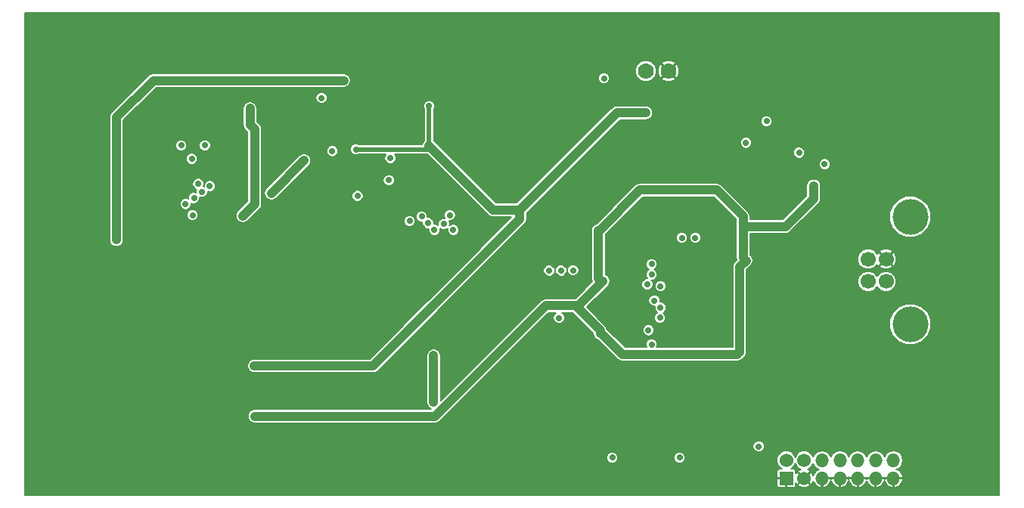
<source format=gbr>
G04 (created by PCBNEW (2013-jul-07)-stable) date Пт. 06 марта 2015 16:18:19*
%MOIN*%
G04 Gerber Fmt 3.4, Leading zero omitted, Abs format*
%FSLAX34Y34*%
G01*
G70*
G90*
G04 APERTURE LIST*
%ADD10C,0.00393701*%
%ADD11R,0.06X0.06*%
%ADD12C,0.06*%
%ADD13O,0.06X0.06*%
%ADD14C,0.07*%
%ADD15C,0.0669291*%
%ADD16C,0.15748*%
%ADD17C,0.19685*%
%ADD18C,0.0275591*%
%ADD19C,0.0393701*%
%ADD20C,0.019685*%
%ADD21C,0.00984252*%
%ADD22C,0.00787402*%
G04 APERTURE END LIST*
G54D10*
G54D11*
X69170Y-42372D03*
G54D12*
X69170Y-41585D03*
X69957Y-42372D03*
X69957Y-41585D03*
G54D13*
X70745Y-42372D03*
X70745Y-41585D03*
X71532Y-42372D03*
X71532Y-41585D03*
X72320Y-42372D03*
X72320Y-41585D03*
X73107Y-42372D03*
X73107Y-41585D03*
X73894Y-42372D03*
X73894Y-41585D03*
G54D14*
X62970Y-24415D03*
X63970Y-24415D03*
G54D15*
X72775Y-33700D03*
X72775Y-32716D03*
X73562Y-33700D03*
X73562Y-32716D03*
G54D16*
X74629Y-35578D03*
X74629Y-30838D03*
G54D17*
X76771Y-23622D03*
X76771Y-41338D03*
X37401Y-41338D03*
X37401Y-23622D03*
G54D18*
X43545Y-27700D03*
X51650Y-29230D03*
X64470Y-41465D03*
X53095Y-30830D03*
X51715Y-28255D03*
X61135Y-24740D03*
X50275Y-29921D03*
X43248Y-29389D03*
X53380Y-31125D03*
X67950Y-40970D03*
X64570Y-31770D03*
X67390Y-27585D03*
X63235Y-32935D03*
X43065Y-30015D03*
X65160Y-31770D03*
X68300Y-26635D03*
X63235Y-33390D03*
X43415Y-29745D03*
X54490Y-31425D03*
X53660Y-31425D03*
X54340Y-30775D03*
X54075Y-31165D03*
X45531Y-26062D03*
X42500Y-27696D03*
X43001Y-30777D03*
X45216Y-30807D03*
X43759Y-29488D03*
X49153Y-27952D03*
X47913Y-28366D03*
X46476Y-29822D03*
X50196Y-27874D03*
X53622Y-39035D03*
X53622Y-36968D03*
X62972Y-26259D03*
X45728Y-37421D03*
X53425Y-25964D03*
X53622Y-34744D03*
X57421Y-30551D03*
X45748Y-39645D03*
X70374Y-29488D03*
X59173Y-34763D03*
X60885Y-31437D03*
X61062Y-33700D03*
X66102Y-29665D03*
X60984Y-35984D03*
X67010Y-36910D03*
X67110Y-34825D03*
X67263Y-31279D03*
X67401Y-32775D03*
X52565Y-31030D03*
X61500Y-41465D03*
X63620Y-33905D03*
X42690Y-30285D03*
X52755Y-42913D03*
X53149Y-42913D03*
X53543Y-42913D03*
X53937Y-42913D03*
X54330Y-42913D03*
X54724Y-42913D03*
X55118Y-42913D03*
X55511Y-42913D03*
X55905Y-42913D03*
X56299Y-42913D03*
X56692Y-42913D03*
X57086Y-42913D03*
X57480Y-42913D03*
X57874Y-42913D03*
X58267Y-42913D03*
X58661Y-42913D03*
X59055Y-42913D03*
X59448Y-42913D03*
X59842Y-42913D03*
X60236Y-42913D03*
X60629Y-42913D03*
X61023Y-42913D03*
X61417Y-42913D03*
X61811Y-42913D03*
X62204Y-42913D03*
X62598Y-42913D03*
X62992Y-42913D03*
X63385Y-42913D03*
X63779Y-42913D03*
X64173Y-42913D03*
X64566Y-42913D03*
X64960Y-42913D03*
X65354Y-42913D03*
X65748Y-42913D03*
X66141Y-42913D03*
X66535Y-42913D03*
X66929Y-42913D03*
X67322Y-42913D03*
X67716Y-42913D03*
X68110Y-42913D03*
X68503Y-42913D03*
X49212Y-22047D03*
X49606Y-22047D03*
X50000Y-22047D03*
X50393Y-22047D03*
X50787Y-22047D03*
X51181Y-22047D03*
X51574Y-22047D03*
X51968Y-22047D03*
X52362Y-22047D03*
X52755Y-22047D03*
X53149Y-22047D03*
X53543Y-22047D03*
X53937Y-22047D03*
X54330Y-22047D03*
X54724Y-22047D03*
X55118Y-22047D03*
X55511Y-22047D03*
X55905Y-22047D03*
X56299Y-22047D03*
X56692Y-22047D03*
X57086Y-22047D03*
X57480Y-22047D03*
X57874Y-22047D03*
X58267Y-22047D03*
X58661Y-22047D03*
X59055Y-22047D03*
X59448Y-22047D03*
X59842Y-22047D03*
X60236Y-22047D03*
X60629Y-22047D03*
X61023Y-22047D03*
X61417Y-22047D03*
X61811Y-22047D03*
X62204Y-22047D03*
X62598Y-22047D03*
X62992Y-22047D03*
X63385Y-22047D03*
X63779Y-22047D03*
X64173Y-22047D03*
X64566Y-22047D03*
X64960Y-22047D03*
X65354Y-22047D03*
X65748Y-22047D03*
X66141Y-22047D03*
X66535Y-22047D03*
X66929Y-22047D03*
X67322Y-22047D03*
X67716Y-22047D03*
X68110Y-22047D03*
X68503Y-22047D03*
X68897Y-22047D03*
X69291Y-22047D03*
X69685Y-22047D03*
X70078Y-22047D03*
X70472Y-22047D03*
X70866Y-22047D03*
X71259Y-22047D03*
X71653Y-22047D03*
X72047Y-22047D03*
X72440Y-22047D03*
X72834Y-22047D03*
X73228Y-22047D03*
X73622Y-22047D03*
X74015Y-22047D03*
X74409Y-22047D03*
X74803Y-22047D03*
X75196Y-22047D03*
X75590Y-22047D03*
X75984Y-22047D03*
X76377Y-22047D03*
X76771Y-22047D03*
X77165Y-22047D03*
X77559Y-22047D03*
X77952Y-22047D03*
X78346Y-22047D03*
X78346Y-22440D03*
X78346Y-22834D03*
X78346Y-23228D03*
X78346Y-23622D03*
X78346Y-24015D03*
X78346Y-24409D03*
X78346Y-24803D03*
X78346Y-25196D03*
X78346Y-25590D03*
X78346Y-25984D03*
X78346Y-26377D03*
X78346Y-26771D03*
X78346Y-27165D03*
X78346Y-27559D03*
X78346Y-27952D03*
X78346Y-28346D03*
X78346Y-28740D03*
X78346Y-29133D03*
X78346Y-29527D03*
X78346Y-29921D03*
X78346Y-30314D03*
X78346Y-30708D03*
X78346Y-31102D03*
X78346Y-31496D03*
X78346Y-31889D03*
X78346Y-32283D03*
X78346Y-32677D03*
X78346Y-33070D03*
X78346Y-33464D03*
X78346Y-33858D03*
X78346Y-34251D03*
X78346Y-34645D03*
X78346Y-35039D03*
X78346Y-35433D03*
X78346Y-35826D03*
X78346Y-36220D03*
X78346Y-36614D03*
X78346Y-37007D03*
X78346Y-37401D03*
X78346Y-37795D03*
X78346Y-38188D03*
X78346Y-38582D03*
X78346Y-38976D03*
X78346Y-39370D03*
X78346Y-39763D03*
X78346Y-40157D03*
X78346Y-40944D03*
X78346Y-40551D03*
X78346Y-41338D03*
X78346Y-41732D03*
X78346Y-42125D03*
X78346Y-42519D03*
X78346Y-42913D03*
X77952Y-42913D03*
X77559Y-42913D03*
X77165Y-42913D03*
X76771Y-42913D03*
X76377Y-42913D03*
X75984Y-42913D03*
X75590Y-42913D03*
X75196Y-42913D03*
X74803Y-42913D03*
X74409Y-42913D03*
X74015Y-42913D03*
X73622Y-42913D03*
X73228Y-42913D03*
X72834Y-42913D03*
X72440Y-42913D03*
X72047Y-42913D03*
X71653Y-42913D03*
X71259Y-42913D03*
X70866Y-42913D03*
X70472Y-42913D03*
X70078Y-42913D03*
X69685Y-42913D03*
X69291Y-42913D03*
X68897Y-42913D03*
X54330Y-26033D03*
X73307Y-39311D03*
X70807Y-39311D03*
X60039Y-30511D03*
X60433Y-29921D03*
X60433Y-29133D03*
X59448Y-29133D03*
X59448Y-29921D03*
X63681Y-37874D03*
X63031Y-38543D03*
X56929Y-34251D03*
X56929Y-32952D03*
X57677Y-35039D03*
X57677Y-34251D03*
X57480Y-32677D03*
X57480Y-31889D03*
X53405Y-28326D03*
X69232Y-29527D03*
X42244Y-38740D03*
X42637Y-39173D03*
X41850Y-39173D03*
X43897Y-40610D03*
X44527Y-40610D03*
X45157Y-40610D03*
X45728Y-40196D03*
X43444Y-40196D03*
X43444Y-37972D03*
X45728Y-37972D03*
X45157Y-38385D03*
X44527Y-38385D03*
X43897Y-38385D03*
X43996Y-24409D03*
X44488Y-24409D03*
X42027Y-24409D03*
X42519Y-24409D03*
X43011Y-24409D03*
X43602Y-24409D03*
X46161Y-24409D03*
X45669Y-24409D03*
X45078Y-24409D03*
X44980Y-25295D03*
X42519Y-26279D03*
X44468Y-25295D03*
X44488Y-25925D03*
X42519Y-25295D03*
X43011Y-25295D03*
X43503Y-25295D03*
X43996Y-25295D03*
X42519Y-26771D03*
X41692Y-24350D03*
X40984Y-24350D03*
X41732Y-25925D03*
X41535Y-25728D03*
X41318Y-25511D03*
X48061Y-27913D03*
X48267Y-28799D03*
X46230Y-26437D03*
X48228Y-26771D03*
X47834Y-26771D03*
X47440Y-26771D03*
X47047Y-26574D03*
X46653Y-26377D03*
X44094Y-32283D03*
X43700Y-32283D03*
X43307Y-32283D03*
X43307Y-32677D03*
X43700Y-32677D03*
X44094Y-32677D03*
X44685Y-32677D03*
X45275Y-32677D03*
X45866Y-31889D03*
X46456Y-31889D03*
X46456Y-32283D03*
X45866Y-32283D03*
X45846Y-31377D03*
X46456Y-32677D03*
X45866Y-32677D03*
X43307Y-31889D03*
X43641Y-31417D03*
X44094Y-31889D03*
X43700Y-31889D03*
X40305Y-28740D03*
X40305Y-28464D03*
X40354Y-30511D03*
X40354Y-29724D03*
X40354Y-27362D03*
X40305Y-28188D03*
X41929Y-26771D03*
X41929Y-26181D03*
X41141Y-26181D03*
X41141Y-26771D03*
X40354Y-26771D03*
X51023Y-40944D03*
X47244Y-42913D03*
X46850Y-42913D03*
X46456Y-42913D03*
X46062Y-42913D03*
X45669Y-42913D03*
X45275Y-42913D03*
X44881Y-42913D03*
X44488Y-42913D03*
X44094Y-42913D03*
X43700Y-42913D03*
X43307Y-42913D03*
X42913Y-42913D03*
X42519Y-42913D03*
X42125Y-42913D03*
X41732Y-42913D03*
X41338Y-42913D03*
X40944Y-42913D03*
X40551Y-42913D03*
X40157Y-42913D03*
X39763Y-42913D03*
X39370Y-42913D03*
X38976Y-42913D03*
X38582Y-42913D03*
X38188Y-42913D03*
X37795Y-42913D03*
X37401Y-42913D03*
X37007Y-42913D03*
X36614Y-42913D03*
X36220Y-42913D03*
X35826Y-42913D03*
X35826Y-42519D03*
X35826Y-42125D03*
X35826Y-41732D03*
X35826Y-41338D03*
X35826Y-40944D03*
X35826Y-40551D03*
X35826Y-40157D03*
X35826Y-39763D03*
X35826Y-39370D03*
X35826Y-38976D03*
X35826Y-38582D03*
X35826Y-38188D03*
X35826Y-37795D03*
X35826Y-37401D03*
X35826Y-37007D03*
X35826Y-36614D03*
X35826Y-36220D03*
X35826Y-35826D03*
X35826Y-35433D03*
X35826Y-35039D03*
X35826Y-34645D03*
X35826Y-34251D03*
X35826Y-33858D03*
X35826Y-33464D03*
X35826Y-33070D03*
X35826Y-32677D03*
X35826Y-32283D03*
X35826Y-31889D03*
X35826Y-31496D03*
X35826Y-31102D03*
X35826Y-30708D03*
X35826Y-30314D03*
X35826Y-29921D03*
X35826Y-29527D03*
X35826Y-29133D03*
X35826Y-28740D03*
X35826Y-28346D03*
X35826Y-27952D03*
X35826Y-27559D03*
X35826Y-27165D03*
X35826Y-26771D03*
X35826Y-26377D03*
X35826Y-25984D03*
X35826Y-25590D03*
X35826Y-25196D03*
X35826Y-24803D03*
X35826Y-24409D03*
X35826Y-24015D03*
X35826Y-23622D03*
X35826Y-23228D03*
X35826Y-22834D03*
X35826Y-22440D03*
X35826Y-22047D03*
X36220Y-22047D03*
X36614Y-22047D03*
X37007Y-22047D03*
X37401Y-22047D03*
X37795Y-22047D03*
X38188Y-22047D03*
X38582Y-22047D03*
X44207Y-28855D03*
X44444Y-28855D03*
X44700Y-28855D03*
X44936Y-28855D03*
X45172Y-28855D03*
X45172Y-28088D03*
X44936Y-28088D03*
X44700Y-28088D03*
X44444Y-28088D03*
X44207Y-28088D03*
X44207Y-28344D03*
X44444Y-28344D03*
X44444Y-28600D03*
X44207Y-28600D03*
X44700Y-28344D03*
X44936Y-28344D03*
X45172Y-28344D03*
X45172Y-28600D03*
X44936Y-28600D03*
X44700Y-28600D03*
X61811Y-35425D03*
X63090Y-35452D03*
X62854Y-31673D03*
X62854Y-32185D03*
X75039Y-28582D03*
X74212Y-28582D03*
X67519Y-28129D03*
X67125Y-28129D03*
X66614Y-28129D03*
X66535Y-27303D03*
X63740Y-26299D03*
X65472Y-32440D03*
X65472Y-32933D03*
X65472Y-33425D03*
X65472Y-34429D03*
X68622Y-34960D03*
X68110Y-34271D03*
X71161Y-39803D03*
X72992Y-39803D03*
X46476Y-33267D03*
X45846Y-33267D03*
X45216Y-33267D03*
X44842Y-33622D03*
X42460Y-34370D03*
X42165Y-34370D03*
X42165Y-36397D03*
X42460Y-36397D03*
X66594Y-37736D03*
X66633Y-35826D03*
X53149Y-36023D03*
X53149Y-36417D03*
X67913Y-37893D03*
X67913Y-37106D03*
X67913Y-36318D03*
X67913Y-35925D03*
X67913Y-36712D03*
X67913Y-37500D03*
X67913Y-38287D03*
X65236Y-36141D03*
X62913Y-34429D03*
X60393Y-33287D03*
X47578Y-22834D03*
X47578Y-22539D03*
X47578Y-22244D03*
X47578Y-21948D03*
X48759Y-24015D03*
X48759Y-23720D03*
X48759Y-23425D03*
X48759Y-23129D03*
X48759Y-22834D03*
X48759Y-22539D03*
X48759Y-22244D03*
X48759Y-21948D03*
X48464Y-24015D03*
X48169Y-24015D03*
X47874Y-24015D03*
X47578Y-24015D03*
X47578Y-23720D03*
X47578Y-23425D03*
X47578Y-23129D03*
X44192Y-23129D03*
X44192Y-23425D03*
X44192Y-23720D03*
X44192Y-24015D03*
X44488Y-24015D03*
X44783Y-24015D03*
X45078Y-24015D03*
X45374Y-21948D03*
X45374Y-22244D03*
X45374Y-22539D03*
X45374Y-22834D03*
X45374Y-23129D03*
X45374Y-23425D03*
X45374Y-23720D03*
X45374Y-24015D03*
X44192Y-21948D03*
X44192Y-22244D03*
X44192Y-22539D03*
X44192Y-22834D03*
X43602Y-21948D03*
X43602Y-22244D03*
X43602Y-22539D03*
X43602Y-22834D03*
X43602Y-23129D03*
X43602Y-23425D03*
X43602Y-23720D03*
X43602Y-24015D03*
X43307Y-24015D03*
X43011Y-24015D03*
X42716Y-24015D03*
X42421Y-24015D03*
X42421Y-23720D03*
X42421Y-23425D03*
X42421Y-23129D03*
X42421Y-21948D03*
X42421Y-22244D03*
X42421Y-22539D03*
X42421Y-22834D03*
X39074Y-23129D03*
X39074Y-23425D03*
X39074Y-23720D03*
X39074Y-24015D03*
X40255Y-21948D03*
X40255Y-22244D03*
X40255Y-22539D03*
X40255Y-22834D03*
X40255Y-23129D03*
X40255Y-23425D03*
X40255Y-23720D03*
X40255Y-24015D03*
X39960Y-24015D03*
X39665Y-24015D03*
X39370Y-24015D03*
X39074Y-21948D03*
X39074Y-22244D03*
X39074Y-22539D03*
X39074Y-22834D03*
X47677Y-43011D03*
X47677Y-42716D03*
X47677Y-42421D03*
X51023Y-43011D03*
X51023Y-42716D03*
X51023Y-42421D03*
X51318Y-40944D03*
X51614Y-40944D03*
X51909Y-40944D03*
X52204Y-40944D03*
X51023Y-41240D03*
X51023Y-41535D03*
X51023Y-41830D03*
X51023Y-42125D03*
X52204Y-41240D03*
X52204Y-43011D03*
X52204Y-42716D03*
X52204Y-42421D03*
X52204Y-42125D03*
X52204Y-41830D03*
X52204Y-41535D03*
X47677Y-41535D03*
X47677Y-41240D03*
X47677Y-40944D03*
X47972Y-40944D03*
X48267Y-40944D03*
X48562Y-40944D03*
X48858Y-40944D03*
X47677Y-41830D03*
X47677Y-42125D03*
X48858Y-43011D03*
X48858Y-42716D03*
X48858Y-42421D03*
X48858Y-42125D03*
X48858Y-41830D03*
X48858Y-41535D03*
X48858Y-41240D03*
X49606Y-32677D03*
X49212Y-32874D03*
X49606Y-32283D03*
X48228Y-32283D03*
X48425Y-32874D03*
X48818Y-32874D03*
X48228Y-32677D03*
X48228Y-31889D03*
X49724Y-27874D03*
X49350Y-28307D03*
X51535Y-31003D03*
X52500Y-31653D03*
X53051Y-34015D03*
X54763Y-29822D03*
X54173Y-26377D03*
X53937Y-25964D03*
X42637Y-37972D03*
X41850Y-37972D03*
X42244Y-38405D03*
X40688Y-38110D03*
X41181Y-39055D03*
X40688Y-39055D03*
X44153Y-31417D03*
X43897Y-31417D03*
X50610Y-25925D03*
X50610Y-25629D03*
X50610Y-26555D03*
X50610Y-26240D03*
X50610Y-26929D03*
X50610Y-25295D03*
X50196Y-24842D03*
X48681Y-26161D03*
X48287Y-26476D03*
X47244Y-26161D03*
X47657Y-26476D03*
X43444Y-26122D03*
X43582Y-26358D03*
X41692Y-29094D03*
X41751Y-27775D03*
X41555Y-28740D03*
X41555Y-28464D03*
X41555Y-28188D03*
X46062Y-26082D03*
X46240Y-26811D03*
X46929Y-27785D03*
X47706Y-27795D03*
X46505Y-31397D03*
X46791Y-31397D03*
X46240Y-31397D03*
X45511Y-31555D03*
X43188Y-31417D03*
X42736Y-31653D03*
X42381Y-32007D03*
X41751Y-32007D03*
X41122Y-32007D03*
X40492Y-32007D03*
X49345Y-28840D03*
X49755Y-29275D03*
X53095Y-33275D03*
X42972Y-28287D03*
X48681Y-25610D03*
X70860Y-28525D03*
X63230Y-36475D03*
X63085Y-35850D03*
X69735Y-28020D03*
X59150Y-35305D03*
X63605Y-35295D03*
X39645Y-31850D03*
X49665Y-24842D03*
X63350Y-34545D03*
X59245Y-33220D03*
X58715Y-33220D03*
X63625Y-34855D03*
X59775Y-33210D03*
X63045Y-33825D03*
G54D19*
X45531Y-26781D02*
X45531Y-26062D01*
X45738Y-26988D02*
X45531Y-26781D01*
X45738Y-30285D02*
X45738Y-26988D01*
X45216Y-30807D02*
X45738Y-30285D01*
G54D20*
X46476Y-29822D02*
X46476Y-29803D01*
G54D19*
X46476Y-29803D02*
X47913Y-28366D01*
G54D20*
X50196Y-27874D02*
X53602Y-27874D01*
G54D21*
X56279Y-30551D02*
X57421Y-30551D01*
X53602Y-27874D02*
X56279Y-30551D01*
G54D20*
X50196Y-27874D02*
X50196Y-27874D01*
G54D19*
X53622Y-39035D02*
X53622Y-36968D01*
X62972Y-26259D02*
X61712Y-26259D01*
X61712Y-26259D02*
X57421Y-30551D01*
X45728Y-37421D02*
X50944Y-37421D01*
X50944Y-37421D02*
X53582Y-34783D01*
G54D20*
X53582Y-34783D02*
X53622Y-34744D01*
X53425Y-25964D02*
X53425Y-27716D01*
G54D19*
X53425Y-27716D02*
X56259Y-30551D01*
X56259Y-30551D02*
X57421Y-30551D01*
X57421Y-30551D02*
X57421Y-30944D01*
X57421Y-30944D02*
X53622Y-34744D01*
X60964Y-35984D02*
X60964Y-35866D01*
X60964Y-35866D02*
X59862Y-34763D01*
X60885Y-31437D02*
X60944Y-31437D01*
X62716Y-29665D02*
X66102Y-29665D01*
X60944Y-31437D02*
X62716Y-29665D01*
X59173Y-34763D02*
X58562Y-34763D01*
X53681Y-39645D02*
X45748Y-39645D01*
X58562Y-34763D02*
X53681Y-39645D01*
X70374Y-29488D02*
X70374Y-30039D01*
X69133Y-31279D02*
X67263Y-31279D01*
X70374Y-30039D02*
X69133Y-31279D01*
G54D20*
X61082Y-33681D02*
X61023Y-33681D01*
G54D19*
X60885Y-33543D02*
X60885Y-31437D01*
X61023Y-33681D02*
X60885Y-33543D01*
X59173Y-34763D02*
X59862Y-34763D01*
X59862Y-34763D02*
X60000Y-34763D01*
X60000Y-34763D02*
X61082Y-33681D01*
G54D20*
X61082Y-33681D02*
X61062Y-33700D01*
G54D19*
X67263Y-31279D02*
X67263Y-30826D01*
X67263Y-30826D02*
X66102Y-29665D01*
X67110Y-34763D02*
X67110Y-36810D01*
G54D20*
X67110Y-36810D02*
X67010Y-36910D01*
X60984Y-35984D02*
X60964Y-35984D01*
X60964Y-35984D02*
X61023Y-35984D01*
G54D19*
X61023Y-35984D02*
X61949Y-36910D01*
X61949Y-36910D02*
X67010Y-36910D01*
G54D20*
X67110Y-34825D02*
X67110Y-34763D01*
G54D19*
X67110Y-34763D02*
X67110Y-33067D01*
X67110Y-33067D02*
X67401Y-32775D01*
X67263Y-31279D02*
X67263Y-32637D01*
G54D20*
X67263Y-32637D02*
X67401Y-32775D01*
G54D19*
X49665Y-24842D02*
X41269Y-24842D01*
X41269Y-24842D02*
X39645Y-26466D01*
X39645Y-26466D02*
X39645Y-31850D01*
G54D10*
G36*
X66973Y-32758D02*
X66887Y-32844D01*
X66819Y-32946D01*
X66795Y-33067D01*
X66795Y-34763D01*
X66795Y-36595D01*
X65415Y-36595D01*
X65415Y-31719D01*
X65377Y-31625D01*
X65305Y-31553D01*
X65211Y-31514D01*
X65109Y-31514D01*
X65015Y-31552D01*
X64943Y-31624D01*
X64904Y-31718D01*
X64904Y-31820D01*
X64942Y-31914D01*
X65014Y-31986D01*
X65108Y-32025D01*
X65210Y-32025D01*
X65304Y-31987D01*
X65376Y-31915D01*
X65415Y-31821D01*
X65415Y-31719D01*
X65415Y-36595D01*
X64825Y-36595D01*
X64825Y-31719D01*
X64787Y-31625D01*
X64715Y-31553D01*
X64621Y-31514D01*
X64519Y-31514D01*
X64425Y-31552D01*
X64353Y-31624D01*
X64314Y-31718D01*
X64314Y-31820D01*
X64352Y-31914D01*
X64424Y-31986D01*
X64518Y-32025D01*
X64620Y-32025D01*
X64714Y-31987D01*
X64786Y-31915D01*
X64825Y-31821D01*
X64825Y-31719D01*
X64825Y-36595D01*
X63880Y-36595D01*
X63880Y-34804D01*
X63875Y-34792D01*
X63875Y-33854D01*
X63837Y-33760D01*
X63765Y-33688D01*
X63671Y-33649D01*
X63569Y-33649D01*
X63490Y-33681D01*
X63490Y-33339D01*
X63452Y-33245D01*
X63380Y-33173D01*
X63354Y-33162D01*
X63379Y-33152D01*
X63451Y-33080D01*
X63490Y-32986D01*
X63490Y-32884D01*
X63452Y-32790D01*
X63380Y-32718D01*
X63286Y-32679D01*
X63184Y-32679D01*
X63090Y-32717D01*
X63018Y-32789D01*
X62979Y-32883D01*
X62979Y-32985D01*
X63017Y-33079D01*
X63089Y-33151D01*
X63115Y-33162D01*
X63090Y-33172D01*
X63018Y-33244D01*
X62979Y-33338D01*
X62979Y-33440D01*
X63017Y-33534D01*
X63052Y-33569D01*
X62994Y-33569D01*
X62900Y-33607D01*
X62828Y-33679D01*
X62789Y-33773D01*
X62789Y-33875D01*
X62827Y-33969D01*
X62899Y-34041D01*
X62993Y-34080D01*
X63095Y-34080D01*
X63189Y-34042D01*
X63261Y-33970D01*
X63300Y-33876D01*
X63300Y-33774D01*
X63262Y-33680D01*
X63227Y-33645D01*
X63285Y-33645D01*
X63379Y-33607D01*
X63451Y-33535D01*
X63490Y-33441D01*
X63490Y-33339D01*
X63490Y-33681D01*
X63475Y-33687D01*
X63403Y-33759D01*
X63364Y-33853D01*
X63364Y-33955D01*
X63402Y-34049D01*
X63474Y-34121D01*
X63568Y-34160D01*
X63670Y-34160D01*
X63764Y-34122D01*
X63836Y-34050D01*
X63875Y-33956D01*
X63875Y-33854D01*
X63875Y-34792D01*
X63842Y-34710D01*
X63770Y-34638D01*
X63676Y-34599D01*
X63604Y-34599D01*
X63605Y-34596D01*
X63605Y-34494D01*
X63567Y-34400D01*
X63495Y-34328D01*
X63401Y-34289D01*
X63299Y-34289D01*
X63205Y-34327D01*
X63133Y-34399D01*
X63094Y-34493D01*
X63094Y-34595D01*
X63132Y-34689D01*
X63204Y-34761D01*
X63298Y-34800D01*
X63370Y-34800D01*
X63369Y-34803D01*
X63369Y-34905D01*
X63407Y-34999D01*
X63478Y-35070D01*
X63460Y-35077D01*
X63388Y-35149D01*
X63349Y-35243D01*
X63349Y-35345D01*
X63387Y-35439D01*
X63459Y-35511D01*
X63553Y-35550D01*
X63655Y-35550D01*
X63749Y-35512D01*
X63821Y-35440D01*
X63860Y-35346D01*
X63860Y-35244D01*
X63822Y-35150D01*
X63751Y-35079D01*
X63769Y-35072D01*
X63841Y-35000D01*
X63880Y-34906D01*
X63880Y-34804D01*
X63880Y-36595D01*
X63457Y-36595D01*
X63485Y-36526D01*
X63485Y-36424D01*
X63447Y-36330D01*
X63375Y-36258D01*
X63340Y-36243D01*
X63340Y-35799D01*
X63302Y-35705D01*
X63230Y-35633D01*
X63136Y-35594D01*
X63034Y-35594D01*
X62940Y-35632D01*
X62868Y-35704D01*
X62829Y-35798D01*
X62829Y-35900D01*
X62867Y-35994D01*
X62939Y-36066D01*
X63033Y-36105D01*
X63135Y-36105D01*
X63229Y-36067D01*
X63301Y-35995D01*
X63340Y-35901D01*
X63340Y-35799D01*
X63340Y-36243D01*
X63281Y-36219D01*
X63179Y-36219D01*
X63085Y-36257D01*
X63013Y-36329D01*
X62974Y-36423D01*
X62974Y-36525D01*
X63002Y-36595D01*
X62079Y-36595D01*
X61261Y-35777D01*
X61255Y-35745D01*
X61255Y-35745D01*
X61232Y-35711D01*
X61187Y-35643D01*
X61187Y-35643D01*
X60376Y-34832D01*
X61305Y-33903D01*
X61373Y-33801D01*
X61397Y-33681D01*
X61373Y-33560D01*
X61305Y-33458D01*
X61203Y-33390D01*
X61200Y-33389D01*
X61200Y-31626D01*
X62846Y-29980D01*
X65971Y-29980D01*
X66948Y-30957D01*
X66948Y-31279D01*
X66948Y-32637D01*
X66972Y-32758D01*
X66973Y-32758D01*
X66973Y-32758D01*
G37*
G54D22*
X66973Y-32758D02*
X66887Y-32844D01*
X66819Y-32946D01*
X66795Y-33067D01*
X66795Y-34763D01*
X66795Y-36595D01*
X65415Y-36595D01*
X65415Y-31719D01*
X65377Y-31625D01*
X65305Y-31553D01*
X65211Y-31514D01*
X65109Y-31514D01*
X65015Y-31552D01*
X64943Y-31624D01*
X64904Y-31718D01*
X64904Y-31820D01*
X64942Y-31914D01*
X65014Y-31986D01*
X65108Y-32025D01*
X65210Y-32025D01*
X65304Y-31987D01*
X65376Y-31915D01*
X65415Y-31821D01*
X65415Y-31719D01*
X65415Y-36595D01*
X64825Y-36595D01*
X64825Y-31719D01*
X64787Y-31625D01*
X64715Y-31553D01*
X64621Y-31514D01*
X64519Y-31514D01*
X64425Y-31552D01*
X64353Y-31624D01*
X64314Y-31718D01*
X64314Y-31820D01*
X64352Y-31914D01*
X64424Y-31986D01*
X64518Y-32025D01*
X64620Y-32025D01*
X64714Y-31987D01*
X64786Y-31915D01*
X64825Y-31821D01*
X64825Y-31719D01*
X64825Y-36595D01*
X63880Y-36595D01*
X63880Y-34804D01*
X63875Y-34792D01*
X63875Y-33854D01*
X63837Y-33760D01*
X63765Y-33688D01*
X63671Y-33649D01*
X63569Y-33649D01*
X63490Y-33681D01*
X63490Y-33339D01*
X63452Y-33245D01*
X63380Y-33173D01*
X63354Y-33162D01*
X63379Y-33152D01*
X63451Y-33080D01*
X63490Y-32986D01*
X63490Y-32884D01*
X63452Y-32790D01*
X63380Y-32718D01*
X63286Y-32679D01*
X63184Y-32679D01*
X63090Y-32717D01*
X63018Y-32789D01*
X62979Y-32883D01*
X62979Y-32985D01*
X63017Y-33079D01*
X63089Y-33151D01*
X63115Y-33162D01*
X63090Y-33172D01*
X63018Y-33244D01*
X62979Y-33338D01*
X62979Y-33440D01*
X63017Y-33534D01*
X63052Y-33569D01*
X62994Y-33569D01*
X62900Y-33607D01*
X62828Y-33679D01*
X62789Y-33773D01*
X62789Y-33875D01*
X62827Y-33969D01*
X62899Y-34041D01*
X62993Y-34080D01*
X63095Y-34080D01*
X63189Y-34042D01*
X63261Y-33970D01*
X63300Y-33876D01*
X63300Y-33774D01*
X63262Y-33680D01*
X63227Y-33645D01*
X63285Y-33645D01*
X63379Y-33607D01*
X63451Y-33535D01*
X63490Y-33441D01*
X63490Y-33339D01*
X63490Y-33681D01*
X63475Y-33687D01*
X63403Y-33759D01*
X63364Y-33853D01*
X63364Y-33955D01*
X63402Y-34049D01*
X63474Y-34121D01*
X63568Y-34160D01*
X63670Y-34160D01*
X63764Y-34122D01*
X63836Y-34050D01*
X63875Y-33956D01*
X63875Y-33854D01*
X63875Y-34792D01*
X63842Y-34710D01*
X63770Y-34638D01*
X63676Y-34599D01*
X63604Y-34599D01*
X63605Y-34596D01*
X63605Y-34494D01*
X63567Y-34400D01*
X63495Y-34328D01*
X63401Y-34289D01*
X63299Y-34289D01*
X63205Y-34327D01*
X63133Y-34399D01*
X63094Y-34493D01*
X63094Y-34595D01*
X63132Y-34689D01*
X63204Y-34761D01*
X63298Y-34800D01*
X63370Y-34800D01*
X63369Y-34803D01*
X63369Y-34905D01*
X63407Y-34999D01*
X63478Y-35070D01*
X63460Y-35077D01*
X63388Y-35149D01*
X63349Y-35243D01*
X63349Y-35345D01*
X63387Y-35439D01*
X63459Y-35511D01*
X63553Y-35550D01*
X63655Y-35550D01*
X63749Y-35512D01*
X63821Y-35440D01*
X63860Y-35346D01*
X63860Y-35244D01*
X63822Y-35150D01*
X63751Y-35079D01*
X63769Y-35072D01*
X63841Y-35000D01*
X63880Y-34906D01*
X63880Y-34804D01*
X63880Y-36595D01*
X63457Y-36595D01*
X63485Y-36526D01*
X63485Y-36424D01*
X63447Y-36330D01*
X63375Y-36258D01*
X63340Y-36243D01*
X63340Y-35799D01*
X63302Y-35705D01*
X63230Y-35633D01*
X63136Y-35594D01*
X63034Y-35594D01*
X62940Y-35632D01*
X62868Y-35704D01*
X62829Y-35798D01*
X62829Y-35900D01*
X62867Y-35994D01*
X62939Y-36066D01*
X63033Y-36105D01*
X63135Y-36105D01*
X63229Y-36067D01*
X63301Y-35995D01*
X63340Y-35901D01*
X63340Y-35799D01*
X63340Y-36243D01*
X63281Y-36219D01*
X63179Y-36219D01*
X63085Y-36257D01*
X63013Y-36329D01*
X62974Y-36423D01*
X62974Y-36525D01*
X63002Y-36595D01*
X62079Y-36595D01*
X61261Y-35777D01*
X61255Y-35745D01*
X61255Y-35745D01*
X61232Y-35711D01*
X61187Y-35643D01*
X61187Y-35643D01*
X60376Y-34832D01*
X61305Y-33903D01*
X61373Y-33801D01*
X61397Y-33681D01*
X61373Y-33560D01*
X61305Y-33458D01*
X61203Y-33390D01*
X61200Y-33389D01*
X61200Y-31626D01*
X62846Y-29980D01*
X65971Y-29980D01*
X66948Y-30957D01*
X66948Y-31279D01*
X66948Y-32637D01*
X66972Y-32758D01*
X66973Y-32758D01*
G54D10*
G36*
X78547Y-43113D02*
X75535Y-43113D01*
X75535Y-35399D01*
X75535Y-30659D01*
X75398Y-30326D01*
X75143Y-30071D01*
X74810Y-29933D01*
X74450Y-29932D01*
X74117Y-30070D01*
X73862Y-30324D01*
X73724Y-30657D01*
X73724Y-31017D01*
X73861Y-31350D01*
X74116Y-31605D01*
X74449Y-31743D01*
X74809Y-31744D01*
X75142Y-31606D01*
X75397Y-31352D01*
X75535Y-31019D01*
X75535Y-30659D01*
X75535Y-35399D01*
X75398Y-35066D01*
X75143Y-34811D01*
X74810Y-34673D01*
X74450Y-34673D01*
X74117Y-34810D01*
X74016Y-34912D01*
X74016Y-32805D01*
X74015Y-32624D01*
X73947Y-32461D01*
X73882Y-32425D01*
X73854Y-32453D01*
X73854Y-32397D01*
X73818Y-32331D01*
X73651Y-32263D01*
X73471Y-32264D01*
X73307Y-32331D01*
X73271Y-32397D01*
X73562Y-32688D01*
X73854Y-32397D01*
X73854Y-32453D01*
X73590Y-32716D01*
X73882Y-33007D01*
X73947Y-32971D01*
X74016Y-32805D01*
X74016Y-34912D01*
X74015Y-34912D01*
X74015Y-33611D01*
X73947Y-33444D01*
X73854Y-33351D01*
X73854Y-33035D01*
X73562Y-32744D01*
X73535Y-32772D01*
X73535Y-32716D01*
X73243Y-32425D01*
X73178Y-32461D01*
X73169Y-32483D01*
X73159Y-32460D01*
X73032Y-32332D01*
X72866Y-32263D01*
X72685Y-32263D01*
X72519Y-32332D01*
X72391Y-32459D01*
X72322Y-32626D01*
X72322Y-32806D01*
X72391Y-32972D01*
X72518Y-33100D01*
X72685Y-33169D01*
X72865Y-33169D01*
X73031Y-33100D01*
X73159Y-32973D01*
X73169Y-32949D01*
X73178Y-32971D01*
X73243Y-33007D01*
X73535Y-32716D01*
X73535Y-32772D01*
X73271Y-33035D01*
X73307Y-33101D01*
X73474Y-33169D01*
X73654Y-33168D01*
X73818Y-33101D01*
X73854Y-33035D01*
X73854Y-33351D01*
X73819Y-33317D01*
X73653Y-33248D01*
X73473Y-33247D01*
X73306Y-33316D01*
X73179Y-33443D01*
X73169Y-33468D01*
X73159Y-33444D01*
X73032Y-33317D01*
X72866Y-33248D01*
X72685Y-33247D01*
X72519Y-33316D01*
X72391Y-33443D01*
X72322Y-33610D01*
X72322Y-33790D01*
X72391Y-33956D01*
X72518Y-34084D01*
X72685Y-34153D01*
X72865Y-34153D01*
X73031Y-34084D01*
X73159Y-33957D01*
X73169Y-33933D01*
X73178Y-33956D01*
X73306Y-34084D01*
X73472Y-34153D01*
X73652Y-34153D01*
X73819Y-34084D01*
X73946Y-33957D01*
X74015Y-33791D01*
X74015Y-33611D01*
X74015Y-34912D01*
X73862Y-35065D01*
X73724Y-35397D01*
X73724Y-35758D01*
X73861Y-36091D01*
X74116Y-36345D01*
X74449Y-36484D01*
X74809Y-36484D01*
X75142Y-36346D01*
X75397Y-36092D01*
X75535Y-35759D01*
X75535Y-35399D01*
X75535Y-43113D01*
X74320Y-43113D01*
X74320Y-41585D01*
X74288Y-41424D01*
X74197Y-41289D01*
X74062Y-41198D01*
X73902Y-41166D01*
X73885Y-41166D01*
X73725Y-41198D01*
X73590Y-41289D01*
X73500Y-41423D01*
X73410Y-41289D01*
X73275Y-41198D01*
X73115Y-41166D01*
X73098Y-41166D01*
X72938Y-41198D01*
X72803Y-41289D01*
X72713Y-41423D01*
X72623Y-41289D01*
X72488Y-41198D01*
X72328Y-41166D01*
X72311Y-41166D01*
X72151Y-41198D01*
X72016Y-41289D01*
X71926Y-41424D01*
X71835Y-41289D01*
X71700Y-41198D01*
X71540Y-41166D01*
X71523Y-41166D01*
X71363Y-41198D01*
X71228Y-41289D01*
X71138Y-41423D01*
X71115Y-41389D01*
X71115Y-28474D01*
X71077Y-28380D01*
X71005Y-28308D01*
X70911Y-28269D01*
X70809Y-28269D01*
X70715Y-28307D01*
X70643Y-28379D01*
X70604Y-28473D01*
X70604Y-28575D01*
X70642Y-28669D01*
X70714Y-28741D01*
X70808Y-28780D01*
X70910Y-28780D01*
X71004Y-28742D01*
X71076Y-28670D01*
X71115Y-28576D01*
X71115Y-28474D01*
X71115Y-41389D01*
X71048Y-41289D01*
X70913Y-41198D01*
X70753Y-41166D01*
X70736Y-41166D01*
X70688Y-41176D01*
X70688Y-30039D01*
X70688Y-29488D01*
X70665Y-29367D01*
X70596Y-29265D01*
X70494Y-29197D01*
X70374Y-29173D01*
X70253Y-29197D01*
X70151Y-29265D01*
X70083Y-29367D01*
X70059Y-29488D01*
X70059Y-29908D01*
X69990Y-29977D01*
X69990Y-27969D01*
X69952Y-27875D01*
X69880Y-27803D01*
X69786Y-27764D01*
X69684Y-27764D01*
X69590Y-27802D01*
X69518Y-27874D01*
X69479Y-27968D01*
X69479Y-28070D01*
X69517Y-28164D01*
X69589Y-28236D01*
X69683Y-28275D01*
X69785Y-28275D01*
X69879Y-28237D01*
X69951Y-28165D01*
X69990Y-28071D01*
X69990Y-27969D01*
X69990Y-29977D01*
X69003Y-30964D01*
X68555Y-30964D01*
X68555Y-26584D01*
X68517Y-26490D01*
X68445Y-26418D01*
X68351Y-26379D01*
X68249Y-26379D01*
X68155Y-26417D01*
X68083Y-26489D01*
X68044Y-26583D01*
X68044Y-26685D01*
X68082Y-26779D01*
X68154Y-26851D01*
X68248Y-26890D01*
X68350Y-26890D01*
X68444Y-26852D01*
X68516Y-26780D01*
X68555Y-26686D01*
X68555Y-26584D01*
X68555Y-30964D01*
X67645Y-30964D01*
X67645Y-27534D01*
X67607Y-27440D01*
X67535Y-27368D01*
X67441Y-27329D01*
X67339Y-27329D01*
X67245Y-27367D01*
X67173Y-27439D01*
X67134Y-27533D01*
X67134Y-27635D01*
X67172Y-27729D01*
X67244Y-27801D01*
X67338Y-27840D01*
X67440Y-27840D01*
X67534Y-27802D01*
X67606Y-27730D01*
X67645Y-27636D01*
X67645Y-27534D01*
X67645Y-30964D01*
X67578Y-30964D01*
X67578Y-30826D01*
X67554Y-30706D01*
X67486Y-30604D01*
X66325Y-29442D01*
X66222Y-29374D01*
X66102Y-29350D01*
X64438Y-29350D01*
X64438Y-24507D01*
X64437Y-24320D01*
X64367Y-24150D01*
X64300Y-24112D01*
X64272Y-24140D01*
X64272Y-24084D01*
X64234Y-24017D01*
X64062Y-23946D01*
X63875Y-23947D01*
X63705Y-24017D01*
X63667Y-24084D01*
X63970Y-24387D01*
X64272Y-24084D01*
X64272Y-24140D01*
X63997Y-24415D01*
X64300Y-24717D01*
X64367Y-24679D01*
X64438Y-24507D01*
X64438Y-29350D01*
X64272Y-29350D01*
X64272Y-24745D01*
X63970Y-24442D01*
X63942Y-24470D01*
X63942Y-24415D01*
X63639Y-24112D01*
X63572Y-24150D01*
X63501Y-24322D01*
X63502Y-24509D01*
X63572Y-24679D01*
X63639Y-24717D01*
X63942Y-24415D01*
X63942Y-24470D01*
X63667Y-24745D01*
X63705Y-24812D01*
X63877Y-24883D01*
X64064Y-24882D01*
X64234Y-24812D01*
X64272Y-24745D01*
X64272Y-29350D01*
X63438Y-29350D01*
X63438Y-24322D01*
X63367Y-24150D01*
X63235Y-24018D01*
X63063Y-23946D01*
X62877Y-23946D01*
X62705Y-24017D01*
X62573Y-24149D01*
X62501Y-24321D01*
X62501Y-24507D01*
X62572Y-24679D01*
X62704Y-24811D01*
X62876Y-24883D01*
X63062Y-24883D01*
X63234Y-24812D01*
X63366Y-24680D01*
X63438Y-24508D01*
X63438Y-24322D01*
X63438Y-29350D01*
X63287Y-29350D01*
X63287Y-26259D01*
X63263Y-26139D01*
X63195Y-26037D01*
X63092Y-25968D01*
X62972Y-25944D01*
X61712Y-25944D01*
X61592Y-25968D01*
X61530Y-26009D01*
X61489Y-26037D01*
X61390Y-26136D01*
X61390Y-24689D01*
X61352Y-24595D01*
X61280Y-24523D01*
X61186Y-24484D01*
X61084Y-24484D01*
X60990Y-24522D01*
X60918Y-24594D01*
X60879Y-24688D01*
X60879Y-24790D01*
X60917Y-24884D01*
X60989Y-24956D01*
X61083Y-24995D01*
X61185Y-24995D01*
X61279Y-24957D01*
X61351Y-24885D01*
X61390Y-24791D01*
X61390Y-24689D01*
X61390Y-26136D01*
X57290Y-30236D01*
X56390Y-30236D01*
X53647Y-27493D01*
X53641Y-27489D01*
X53641Y-26109D01*
X53642Y-26109D01*
X53681Y-26015D01*
X53681Y-25913D01*
X53642Y-25819D01*
X53570Y-25747D01*
X53476Y-25708D01*
X53374Y-25708D01*
X53280Y-25747D01*
X53208Y-25819D01*
X53169Y-25913D01*
X53169Y-26015D01*
X53208Y-26109D01*
X53208Y-26109D01*
X53208Y-27489D01*
X53202Y-27493D01*
X53134Y-27596D01*
X53121Y-27657D01*
X50342Y-27657D01*
X50341Y-27657D01*
X50247Y-27618D01*
X50146Y-27618D01*
X50052Y-27656D01*
X49980Y-27728D01*
X49980Y-24842D01*
X49956Y-24721D01*
X49888Y-24619D01*
X49785Y-24551D01*
X49665Y-24527D01*
X41269Y-24527D01*
X41149Y-24551D01*
X41087Y-24592D01*
X41046Y-24619D01*
X39422Y-26243D01*
X39354Y-26346D01*
X39330Y-26466D01*
X39330Y-31850D01*
X39354Y-31970D01*
X39422Y-32073D01*
X39525Y-32141D01*
X39645Y-32165D01*
X39766Y-32141D01*
X39868Y-32073D01*
X39936Y-31970D01*
X39960Y-31850D01*
X39960Y-26596D01*
X41400Y-25157D01*
X49665Y-25157D01*
X49785Y-25133D01*
X49888Y-25065D01*
X49956Y-24963D01*
X49980Y-24842D01*
X49980Y-27728D01*
X49980Y-27728D01*
X49940Y-27822D01*
X49940Y-27924D01*
X49979Y-28018D01*
X50051Y-28090D01*
X50145Y-28129D01*
X50247Y-28129D01*
X50341Y-28091D01*
X50342Y-28090D01*
X51517Y-28090D01*
X51498Y-28109D01*
X51459Y-28203D01*
X51459Y-28305D01*
X51497Y-28399D01*
X51569Y-28471D01*
X51663Y-28510D01*
X51765Y-28510D01*
X51859Y-28472D01*
X51931Y-28400D01*
X51970Y-28306D01*
X51970Y-28204D01*
X51932Y-28110D01*
X51912Y-28090D01*
X53353Y-28090D01*
X56037Y-30773D01*
X56037Y-30773D01*
X56139Y-30842D01*
X56259Y-30866D01*
X57054Y-30866D01*
X54745Y-33174D01*
X54745Y-31374D01*
X54707Y-31280D01*
X54635Y-31208D01*
X54541Y-31169D01*
X54439Y-31169D01*
X54345Y-31207D01*
X54326Y-31226D01*
X54330Y-31216D01*
X54330Y-31114D01*
X54296Y-31030D01*
X54390Y-31030D01*
X54484Y-30992D01*
X54556Y-30920D01*
X54595Y-30826D01*
X54595Y-30724D01*
X54557Y-30630D01*
X54485Y-30558D01*
X54391Y-30519D01*
X54289Y-30519D01*
X54195Y-30557D01*
X54123Y-30629D01*
X54084Y-30723D01*
X54084Y-30825D01*
X54118Y-30909D01*
X54024Y-30909D01*
X53930Y-30947D01*
X53858Y-31019D01*
X53819Y-31113D01*
X53819Y-31215D01*
X53823Y-31226D01*
X53805Y-31208D01*
X53711Y-31169D01*
X53635Y-31169D01*
X53635Y-31074D01*
X53597Y-30980D01*
X53525Y-30908D01*
X53431Y-30869D01*
X53350Y-30869D01*
X53350Y-30779D01*
X53312Y-30685D01*
X53240Y-30613D01*
X53146Y-30574D01*
X53044Y-30574D01*
X52950Y-30612D01*
X52878Y-30684D01*
X52839Y-30778D01*
X52839Y-30880D01*
X52877Y-30974D01*
X52949Y-31046D01*
X53043Y-31085D01*
X53124Y-31085D01*
X53124Y-31175D01*
X53162Y-31269D01*
X53234Y-31341D01*
X53328Y-31380D01*
X53404Y-31380D01*
X53404Y-31475D01*
X53442Y-31569D01*
X53514Y-31641D01*
X53608Y-31680D01*
X53710Y-31680D01*
X53804Y-31642D01*
X53876Y-31570D01*
X53915Y-31476D01*
X53915Y-31374D01*
X53911Y-31363D01*
X53929Y-31381D01*
X54023Y-31420D01*
X54125Y-31420D01*
X54219Y-31382D01*
X54238Y-31363D01*
X54234Y-31373D01*
X54234Y-31475D01*
X54272Y-31569D01*
X54344Y-31641D01*
X54438Y-31680D01*
X54540Y-31680D01*
X54634Y-31642D01*
X54706Y-31570D01*
X54745Y-31476D01*
X54745Y-31374D01*
X54745Y-33174D01*
X53399Y-34521D01*
X53383Y-34544D01*
X53359Y-34560D01*
X52820Y-35099D01*
X52820Y-30979D01*
X52782Y-30885D01*
X52710Y-30813D01*
X52616Y-30774D01*
X52514Y-30774D01*
X52420Y-30812D01*
X52348Y-30884D01*
X52309Y-30978D01*
X52309Y-31080D01*
X52347Y-31174D01*
X52419Y-31246D01*
X52513Y-31285D01*
X52615Y-31285D01*
X52709Y-31247D01*
X52781Y-31175D01*
X52820Y-31081D01*
X52820Y-30979D01*
X52820Y-35099D01*
X51905Y-36014D01*
X51905Y-29179D01*
X51867Y-29085D01*
X51795Y-29013D01*
X51701Y-28974D01*
X51599Y-28974D01*
X51505Y-29012D01*
X51433Y-29084D01*
X51394Y-29178D01*
X51394Y-29280D01*
X51432Y-29374D01*
X51504Y-29446D01*
X51598Y-29485D01*
X51700Y-29485D01*
X51794Y-29447D01*
X51866Y-29375D01*
X51905Y-29281D01*
X51905Y-29179D01*
X51905Y-36014D01*
X50814Y-37106D01*
X50531Y-37106D01*
X50531Y-29870D01*
X50492Y-29776D01*
X50420Y-29704D01*
X50326Y-29665D01*
X50224Y-29665D01*
X50130Y-29704D01*
X50058Y-29776D01*
X50019Y-29870D01*
X50019Y-29971D01*
X50058Y-30066D01*
X50130Y-30138D01*
X50224Y-30177D01*
X50326Y-30177D01*
X50420Y-30138D01*
X50492Y-30066D01*
X50531Y-29972D01*
X50531Y-29870D01*
X50531Y-37106D01*
X49409Y-37106D01*
X49409Y-27902D01*
X49370Y-27807D01*
X49298Y-27735D01*
X49204Y-27696D01*
X49102Y-27696D01*
X49008Y-27735D01*
X48937Y-27807D01*
X48937Y-25559D01*
X48898Y-25465D01*
X48826Y-25393D01*
X48732Y-25354D01*
X48630Y-25354D01*
X48536Y-25393D01*
X48464Y-25465D01*
X48425Y-25559D01*
X48425Y-25660D01*
X48464Y-25755D01*
X48535Y-25827D01*
X48629Y-25866D01*
X48731Y-25866D01*
X48825Y-25827D01*
X48897Y-25755D01*
X48936Y-25661D01*
X48937Y-25559D01*
X48937Y-27807D01*
X48936Y-27807D01*
X48897Y-27901D01*
X48897Y-28003D01*
X48936Y-28097D01*
X49008Y-28169D01*
X49102Y-28208D01*
X49204Y-28208D01*
X49298Y-28169D01*
X49370Y-28097D01*
X49409Y-28003D01*
X49409Y-27902D01*
X49409Y-37106D01*
X48228Y-37106D01*
X48228Y-28366D01*
X48204Y-28245D01*
X48136Y-28143D01*
X48033Y-28075D01*
X47913Y-28051D01*
X47792Y-28075D01*
X47690Y-28143D01*
X46253Y-29580D01*
X46185Y-29682D01*
X46161Y-29803D01*
X46185Y-29923D01*
X46253Y-30025D01*
X46355Y-30094D01*
X46476Y-30118D01*
X46596Y-30094D01*
X46699Y-30025D01*
X48136Y-28588D01*
X48204Y-28486D01*
X48228Y-28366D01*
X48228Y-37106D01*
X46053Y-37106D01*
X46053Y-30285D01*
X46053Y-26988D01*
X46029Y-26867D01*
X45960Y-26765D01*
X45960Y-26765D01*
X45846Y-26651D01*
X45846Y-26062D01*
X45822Y-25942D01*
X45754Y-25840D01*
X45652Y-25772D01*
X45531Y-25748D01*
X45410Y-25772D01*
X45308Y-25840D01*
X45240Y-25942D01*
X45216Y-26062D01*
X45216Y-26781D01*
X45240Y-26902D01*
X45308Y-27004D01*
X45423Y-27118D01*
X45423Y-30154D01*
X44993Y-30584D01*
X44925Y-30686D01*
X44901Y-30807D01*
X44925Y-30927D01*
X44993Y-31029D01*
X45096Y-31098D01*
X45216Y-31122D01*
X45337Y-31098D01*
X45439Y-31029D01*
X45960Y-30508D01*
X45960Y-30508D01*
X46006Y-30439D01*
X46029Y-30405D01*
X46029Y-30405D01*
X46053Y-30285D01*
X46053Y-30285D01*
X46053Y-37106D01*
X45728Y-37106D01*
X45607Y-37130D01*
X45505Y-37198D01*
X45437Y-37300D01*
X45413Y-37421D01*
X45437Y-37541D01*
X45505Y-37643D01*
X45607Y-37712D01*
X45728Y-37736D01*
X50944Y-37736D01*
X50944Y-37736D01*
X51065Y-37712D01*
X51167Y-37643D01*
X53805Y-35006D01*
X53821Y-34982D01*
X53844Y-34966D01*
X57643Y-31167D01*
X57643Y-31167D01*
X57671Y-31126D01*
X57712Y-31065D01*
X57712Y-31065D01*
X57736Y-30944D01*
X57736Y-30944D01*
X57736Y-30681D01*
X61843Y-26574D01*
X62972Y-26574D01*
X63092Y-26550D01*
X63195Y-26482D01*
X63263Y-26380D01*
X63287Y-26259D01*
X63287Y-29350D01*
X62716Y-29350D01*
X62596Y-29374D01*
X62493Y-29442D01*
X60796Y-31139D01*
X60765Y-31146D01*
X60663Y-31214D01*
X60594Y-31316D01*
X60570Y-31437D01*
X60570Y-33543D01*
X60594Y-33663D01*
X60618Y-33699D01*
X60030Y-34287D01*
X60030Y-33159D01*
X59992Y-33065D01*
X59920Y-32993D01*
X59826Y-32954D01*
X59724Y-32954D01*
X59630Y-32992D01*
X59558Y-33064D01*
X59519Y-33158D01*
X59519Y-33260D01*
X59557Y-33354D01*
X59629Y-33426D01*
X59723Y-33465D01*
X59825Y-33465D01*
X59919Y-33427D01*
X59991Y-33355D01*
X60030Y-33261D01*
X60030Y-33159D01*
X60030Y-34287D01*
X59869Y-34448D01*
X59862Y-34448D01*
X59500Y-34448D01*
X59500Y-33169D01*
X59462Y-33075D01*
X59390Y-33003D01*
X59296Y-32964D01*
X59194Y-32964D01*
X59100Y-33002D01*
X59028Y-33074D01*
X58989Y-33168D01*
X58989Y-33270D01*
X59027Y-33364D01*
X59099Y-33436D01*
X59193Y-33475D01*
X59295Y-33475D01*
X59389Y-33437D01*
X59461Y-33365D01*
X59500Y-33271D01*
X59500Y-33169D01*
X59500Y-34448D01*
X59173Y-34448D01*
X58970Y-34448D01*
X58970Y-33169D01*
X58932Y-33075D01*
X58860Y-33003D01*
X58766Y-32964D01*
X58664Y-32964D01*
X58570Y-33002D01*
X58498Y-33074D01*
X58459Y-33168D01*
X58459Y-33270D01*
X58497Y-33364D01*
X58569Y-33436D01*
X58663Y-33475D01*
X58765Y-33475D01*
X58859Y-33437D01*
X58931Y-33365D01*
X58970Y-33271D01*
X58970Y-33169D01*
X58970Y-34448D01*
X58562Y-34448D01*
X58442Y-34472D01*
X58340Y-34541D01*
X53937Y-38944D01*
X53937Y-36968D01*
X53913Y-36847D01*
X53844Y-36745D01*
X53742Y-36677D01*
X53622Y-36653D01*
X53501Y-36677D01*
X53399Y-36745D01*
X53331Y-36847D01*
X53307Y-36968D01*
X53307Y-39035D01*
X53331Y-39155D01*
X53399Y-39258D01*
X53501Y-39326D01*
X53523Y-39330D01*
X45748Y-39330D01*
X45627Y-39354D01*
X45525Y-39422D01*
X45457Y-39525D01*
X45433Y-39645D01*
X45457Y-39766D01*
X45525Y-39868D01*
X45627Y-39936D01*
X45748Y-39960D01*
X53681Y-39960D01*
X53681Y-39960D01*
X53801Y-39936D01*
X53903Y-39868D01*
X58693Y-35078D01*
X59027Y-35078D01*
X59005Y-35087D01*
X58933Y-35159D01*
X58894Y-35253D01*
X58894Y-35355D01*
X58932Y-35449D01*
X59004Y-35521D01*
X59098Y-35560D01*
X59200Y-35560D01*
X59294Y-35522D01*
X59366Y-35450D01*
X59405Y-35356D01*
X59405Y-35254D01*
X59367Y-35160D01*
X59295Y-35088D01*
X59272Y-35078D01*
X59731Y-35078D01*
X60652Y-35999D01*
X60673Y-36104D01*
X60741Y-36206D01*
X60844Y-36275D01*
X60875Y-36281D01*
X61726Y-37132D01*
X61726Y-37132D01*
X61828Y-37200D01*
X61949Y-37224D01*
X61949Y-37224D01*
X67010Y-37224D01*
X67130Y-37200D01*
X67232Y-37132D01*
X67272Y-37072D01*
X67332Y-37032D01*
X67400Y-36930D01*
X67424Y-36810D01*
X67424Y-34763D01*
X67424Y-33197D01*
X67624Y-32998D01*
X67692Y-32896D01*
X67716Y-32775D01*
X67692Y-32655D01*
X67624Y-32552D01*
X67578Y-32522D01*
X67578Y-31594D01*
X69133Y-31594D01*
X69133Y-31594D01*
X69254Y-31570D01*
X69356Y-31502D01*
X70596Y-30262D01*
X70596Y-30262D01*
X70665Y-30159D01*
X70688Y-30039D01*
X70688Y-30039D01*
X70688Y-41176D01*
X70576Y-41198D01*
X70441Y-41289D01*
X70350Y-41424D01*
X70348Y-41436D01*
X70311Y-41348D01*
X70194Y-41230D01*
X70040Y-41166D01*
X69874Y-41166D01*
X69720Y-41230D01*
X69602Y-41347D01*
X69563Y-41442D01*
X69524Y-41348D01*
X69407Y-41230D01*
X69253Y-41166D01*
X69087Y-41166D01*
X68933Y-41230D01*
X68815Y-41347D01*
X68751Y-41501D01*
X68751Y-41667D01*
X68815Y-41821D01*
X68932Y-41939D01*
X68968Y-41953D01*
X68846Y-41953D01*
X68803Y-41971D01*
X68769Y-42005D01*
X68751Y-42048D01*
X68751Y-42095D01*
X68751Y-42322D01*
X68781Y-42352D01*
X69150Y-42352D01*
X69150Y-42344D01*
X69189Y-42344D01*
X69189Y-42352D01*
X69197Y-42352D01*
X69197Y-42391D01*
X69189Y-42391D01*
X69189Y-42760D01*
X69219Y-42790D01*
X69493Y-42790D01*
X69536Y-42772D01*
X69570Y-42738D01*
X69588Y-42695D01*
X69588Y-42648D01*
X69588Y-42575D01*
X69600Y-42606D01*
X69662Y-42638D01*
X69929Y-42372D01*
X69662Y-42105D01*
X69600Y-42137D01*
X69588Y-42169D01*
X69588Y-42095D01*
X69588Y-42048D01*
X69570Y-42005D01*
X69536Y-41971D01*
X69493Y-41953D01*
X69372Y-41953D01*
X69406Y-41939D01*
X69524Y-41822D01*
X69563Y-41727D01*
X69602Y-41821D01*
X69719Y-41939D01*
X69813Y-41978D01*
X69722Y-42015D01*
X69690Y-42077D01*
X69957Y-42344D01*
X70223Y-42077D01*
X70191Y-42015D01*
X70099Y-41978D01*
X70193Y-41939D01*
X70311Y-41822D01*
X70348Y-41733D01*
X70350Y-41745D01*
X70441Y-41880D01*
X70576Y-41971D01*
X70619Y-41979D01*
X70509Y-42026D01*
X70395Y-42142D01*
X70355Y-42239D01*
X70313Y-42137D01*
X70251Y-42105D01*
X69984Y-42372D01*
X70251Y-42638D01*
X70313Y-42606D01*
X70354Y-42503D01*
X70395Y-42601D01*
X70509Y-42717D01*
X70660Y-42781D01*
X70725Y-42760D01*
X70725Y-42391D01*
X70717Y-42391D01*
X70717Y-42352D01*
X70725Y-42352D01*
X70725Y-42344D01*
X70764Y-42344D01*
X70764Y-42352D01*
X71133Y-42352D01*
X71138Y-42335D01*
X71143Y-42352D01*
X71512Y-42352D01*
X71512Y-42344D01*
X71551Y-42344D01*
X71551Y-42352D01*
X71920Y-42352D01*
X71926Y-42334D01*
X71931Y-42352D01*
X72300Y-42352D01*
X72300Y-42344D01*
X72339Y-42344D01*
X72339Y-42352D01*
X72708Y-42352D01*
X72713Y-42335D01*
X72718Y-42352D01*
X73087Y-42352D01*
X73087Y-42344D01*
X73126Y-42344D01*
X73126Y-42352D01*
X73495Y-42352D01*
X73500Y-42335D01*
X73505Y-42352D01*
X73874Y-42352D01*
X73874Y-42344D01*
X73913Y-42344D01*
X73913Y-42352D01*
X74282Y-42352D01*
X74303Y-42287D01*
X74243Y-42142D01*
X74129Y-42026D01*
X74019Y-41979D01*
X74062Y-41971D01*
X74197Y-41880D01*
X74288Y-41745D01*
X74320Y-41585D01*
X74320Y-43113D01*
X74303Y-43113D01*
X74303Y-42456D01*
X74282Y-42391D01*
X73913Y-42391D01*
X73913Y-42760D01*
X73978Y-42781D01*
X74129Y-42717D01*
X74243Y-42601D01*
X74303Y-42456D01*
X74303Y-43113D01*
X73874Y-43113D01*
X73874Y-42760D01*
X73874Y-42391D01*
X73505Y-42391D01*
X73500Y-42408D01*
X73495Y-42391D01*
X73126Y-42391D01*
X73126Y-42760D01*
X73191Y-42781D01*
X73342Y-42717D01*
X73456Y-42601D01*
X73500Y-42495D01*
X73544Y-42601D01*
X73658Y-42717D01*
X73809Y-42781D01*
X73874Y-42760D01*
X73874Y-43113D01*
X73087Y-43113D01*
X73087Y-42760D01*
X73087Y-42391D01*
X72718Y-42391D01*
X72713Y-42408D01*
X72708Y-42391D01*
X72339Y-42391D01*
X72339Y-42760D01*
X72404Y-42781D01*
X72555Y-42717D01*
X72669Y-42601D01*
X72713Y-42495D01*
X72757Y-42601D01*
X72871Y-42717D01*
X73022Y-42781D01*
X73087Y-42760D01*
X73087Y-43113D01*
X72300Y-43113D01*
X72300Y-42760D01*
X72300Y-42391D01*
X71931Y-42391D01*
X71926Y-42409D01*
X71920Y-42391D01*
X71551Y-42391D01*
X71551Y-42760D01*
X71616Y-42781D01*
X71767Y-42717D01*
X71881Y-42601D01*
X71926Y-42494D01*
X71970Y-42601D01*
X72084Y-42717D01*
X72235Y-42781D01*
X72300Y-42760D01*
X72300Y-43113D01*
X71512Y-43113D01*
X71512Y-42760D01*
X71512Y-42391D01*
X71143Y-42391D01*
X71138Y-42408D01*
X71133Y-42391D01*
X70764Y-42391D01*
X70764Y-42760D01*
X70829Y-42781D01*
X70980Y-42717D01*
X71094Y-42601D01*
X71138Y-42495D01*
X71182Y-42601D01*
X71296Y-42717D01*
X71447Y-42781D01*
X71512Y-42760D01*
X71512Y-43113D01*
X70223Y-43113D01*
X70223Y-42666D01*
X69957Y-42399D01*
X69690Y-42666D01*
X69722Y-42728D01*
X69876Y-42790D01*
X70043Y-42789D01*
X70191Y-42728D01*
X70223Y-42666D01*
X70223Y-43113D01*
X69150Y-43113D01*
X69150Y-42760D01*
X69150Y-42391D01*
X68781Y-42391D01*
X68751Y-42421D01*
X68751Y-42648D01*
X68751Y-42695D01*
X68769Y-42738D01*
X68803Y-42772D01*
X68846Y-42790D01*
X69120Y-42790D01*
X69150Y-42760D01*
X69150Y-43113D01*
X68205Y-43113D01*
X68205Y-40919D01*
X68167Y-40825D01*
X68095Y-40753D01*
X68001Y-40714D01*
X67899Y-40714D01*
X67805Y-40752D01*
X67733Y-40824D01*
X67694Y-40918D01*
X67694Y-41020D01*
X67732Y-41114D01*
X67804Y-41186D01*
X67898Y-41225D01*
X68000Y-41225D01*
X68094Y-41187D01*
X68166Y-41115D01*
X68205Y-41021D01*
X68205Y-40919D01*
X68205Y-43113D01*
X64725Y-43113D01*
X64725Y-41414D01*
X64687Y-41320D01*
X64615Y-41248D01*
X64521Y-41209D01*
X64419Y-41209D01*
X64325Y-41247D01*
X64253Y-41319D01*
X64214Y-41413D01*
X64214Y-41515D01*
X64252Y-41609D01*
X64324Y-41681D01*
X64418Y-41720D01*
X64520Y-41720D01*
X64614Y-41682D01*
X64686Y-41610D01*
X64725Y-41516D01*
X64725Y-41414D01*
X64725Y-43113D01*
X61755Y-43113D01*
X61755Y-41414D01*
X61717Y-41320D01*
X61645Y-41248D01*
X61551Y-41209D01*
X61449Y-41209D01*
X61355Y-41247D01*
X61283Y-41319D01*
X61244Y-41413D01*
X61244Y-41515D01*
X61282Y-41609D01*
X61354Y-41681D01*
X61448Y-41720D01*
X61550Y-41720D01*
X61644Y-41682D01*
X61716Y-41610D01*
X61755Y-41516D01*
X61755Y-41414D01*
X61755Y-43113D01*
X44015Y-43113D01*
X44015Y-29437D01*
X43976Y-29343D01*
X43904Y-29271D01*
X43810Y-29232D01*
X43800Y-29232D01*
X43800Y-27649D01*
X43762Y-27555D01*
X43690Y-27483D01*
X43596Y-27444D01*
X43494Y-27444D01*
X43400Y-27482D01*
X43328Y-27554D01*
X43289Y-27648D01*
X43289Y-27750D01*
X43327Y-27844D01*
X43399Y-27916D01*
X43493Y-27955D01*
X43595Y-27955D01*
X43689Y-27917D01*
X43761Y-27845D01*
X43800Y-27751D01*
X43800Y-27649D01*
X43800Y-29232D01*
X43709Y-29232D01*
X43615Y-29271D01*
X43543Y-29343D01*
X43503Y-29437D01*
X43503Y-29504D01*
X43481Y-29495D01*
X43503Y-29440D01*
X43503Y-29339D01*
X43465Y-29244D01*
X43393Y-29172D01*
X43299Y-29133D01*
X43228Y-29133D01*
X43228Y-28236D01*
X43189Y-28142D01*
X43117Y-28070D01*
X43023Y-28031D01*
X42921Y-28031D01*
X42827Y-28070D01*
X42755Y-28141D01*
X42755Y-27646D01*
X42717Y-27552D01*
X42645Y-27480D01*
X42551Y-27440D01*
X42449Y-27440D01*
X42355Y-27479D01*
X42283Y-27551D01*
X42244Y-27645D01*
X42244Y-27747D01*
X42282Y-27841D01*
X42354Y-27913D01*
X42448Y-27952D01*
X42550Y-27952D01*
X42644Y-27913D01*
X42716Y-27841D01*
X42755Y-27747D01*
X42755Y-27646D01*
X42755Y-28141D01*
X42755Y-28142D01*
X42716Y-28236D01*
X42716Y-28338D01*
X42755Y-28432D01*
X42827Y-28504D01*
X42921Y-28543D01*
X43023Y-28543D01*
X43117Y-28504D01*
X43189Y-28432D01*
X43228Y-28338D01*
X43228Y-28236D01*
X43228Y-29133D01*
X43197Y-29133D01*
X43103Y-29172D01*
X43031Y-29244D01*
X42992Y-29338D01*
X42992Y-29440D01*
X43030Y-29534D01*
X43102Y-29606D01*
X43181Y-29639D01*
X43159Y-29693D01*
X43159Y-29776D01*
X43116Y-29759D01*
X43014Y-29759D01*
X42920Y-29797D01*
X42848Y-29869D01*
X42809Y-29963D01*
X42809Y-30057D01*
X42741Y-30029D01*
X42639Y-30029D01*
X42545Y-30067D01*
X42473Y-30139D01*
X42434Y-30233D01*
X42434Y-30335D01*
X42472Y-30429D01*
X42544Y-30501D01*
X42638Y-30540D01*
X42740Y-30540D01*
X42834Y-30502D01*
X42906Y-30430D01*
X42945Y-30336D01*
X42945Y-30242D01*
X43013Y-30270D01*
X43115Y-30270D01*
X43209Y-30232D01*
X43281Y-30160D01*
X43320Y-30066D01*
X43320Y-29983D01*
X43363Y-30000D01*
X43465Y-30000D01*
X43559Y-29962D01*
X43631Y-29890D01*
X43670Y-29796D01*
X43670Y-29728D01*
X43708Y-29744D01*
X43810Y-29744D01*
X43904Y-29705D01*
X43976Y-29633D01*
X44015Y-29539D01*
X44015Y-29437D01*
X44015Y-43113D01*
X43257Y-43113D01*
X43257Y-30726D01*
X43219Y-30632D01*
X43147Y-30560D01*
X43053Y-30521D01*
X42951Y-30521D01*
X42857Y-30560D01*
X42785Y-30632D01*
X42746Y-30726D01*
X42746Y-30828D01*
X42784Y-30922D01*
X42856Y-30994D01*
X42950Y-31033D01*
X43052Y-31033D01*
X43146Y-30994D01*
X43218Y-30922D01*
X43257Y-30828D01*
X43257Y-30726D01*
X43257Y-43113D01*
X35626Y-43113D01*
X35626Y-21846D01*
X78547Y-21846D01*
X78547Y-43113D01*
X78547Y-43113D01*
G37*
G54D22*
X78547Y-43113D02*
X75535Y-43113D01*
X75535Y-35399D01*
X75535Y-30659D01*
X75398Y-30326D01*
X75143Y-30071D01*
X74810Y-29933D01*
X74450Y-29932D01*
X74117Y-30070D01*
X73862Y-30324D01*
X73724Y-30657D01*
X73724Y-31017D01*
X73861Y-31350D01*
X74116Y-31605D01*
X74449Y-31743D01*
X74809Y-31744D01*
X75142Y-31606D01*
X75397Y-31352D01*
X75535Y-31019D01*
X75535Y-30659D01*
X75535Y-35399D01*
X75398Y-35066D01*
X75143Y-34811D01*
X74810Y-34673D01*
X74450Y-34673D01*
X74117Y-34810D01*
X74016Y-34912D01*
X74016Y-32805D01*
X74015Y-32624D01*
X73947Y-32461D01*
X73882Y-32425D01*
X73854Y-32453D01*
X73854Y-32397D01*
X73818Y-32331D01*
X73651Y-32263D01*
X73471Y-32264D01*
X73307Y-32331D01*
X73271Y-32397D01*
X73562Y-32688D01*
X73854Y-32397D01*
X73854Y-32453D01*
X73590Y-32716D01*
X73882Y-33007D01*
X73947Y-32971D01*
X74016Y-32805D01*
X74016Y-34912D01*
X74015Y-34912D01*
X74015Y-33611D01*
X73947Y-33444D01*
X73854Y-33351D01*
X73854Y-33035D01*
X73562Y-32744D01*
X73535Y-32772D01*
X73535Y-32716D01*
X73243Y-32425D01*
X73178Y-32461D01*
X73169Y-32483D01*
X73159Y-32460D01*
X73032Y-32332D01*
X72866Y-32263D01*
X72685Y-32263D01*
X72519Y-32332D01*
X72391Y-32459D01*
X72322Y-32626D01*
X72322Y-32806D01*
X72391Y-32972D01*
X72518Y-33100D01*
X72685Y-33169D01*
X72865Y-33169D01*
X73031Y-33100D01*
X73159Y-32973D01*
X73169Y-32949D01*
X73178Y-32971D01*
X73243Y-33007D01*
X73535Y-32716D01*
X73535Y-32772D01*
X73271Y-33035D01*
X73307Y-33101D01*
X73474Y-33169D01*
X73654Y-33168D01*
X73818Y-33101D01*
X73854Y-33035D01*
X73854Y-33351D01*
X73819Y-33317D01*
X73653Y-33248D01*
X73473Y-33247D01*
X73306Y-33316D01*
X73179Y-33443D01*
X73169Y-33468D01*
X73159Y-33444D01*
X73032Y-33317D01*
X72866Y-33248D01*
X72685Y-33247D01*
X72519Y-33316D01*
X72391Y-33443D01*
X72322Y-33610D01*
X72322Y-33790D01*
X72391Y-33956D01*
X72518Y-34084D01*
X72685Y-34153D01*
X72865Y-34153D01*
X73031Y-34084D01*
X73159Y-33957D01*
X73169Y-33933D01*
X73178Y-33956D01*
X73306Y-34084D01*
X73472Y-34153D01*
X73652Y-34153D01*
X73819Y-34084D01*
X73946Y-33957D01*
X74015Y-33791D01*
X74015Y-33611D01*
X74015Y-34912D01*
X73862Y-35065D01*
X73724Y-35397D01*
X73724Y-35758D01*
X73861Y-36091D01*
X74116Y-36345D01*
X74449Y-36484D01*
X74809Y-36484D01*
X75142Y-36346D01*
X75397Y-36092D01*
X75535Y-35759D01*
X75535Y-35399D01*
X75535Y-43113D01*
X74320Y-43113D01*
X74320Y-41585D01*
X74288Y-41424D01*
X74197Y-41289D01*
X74062Y-41198D01*
X73902Y-41166D01*
X73885Y-41166D01*
X73725Y-41198D01*
X73590Y-41289D01*
X73500Y-41423D01*
X73410Y-41289D01*
X73275Y-41198D01*
X73115Y-41166D01*
X73098Y-41166D01*
X72938Y-41198D01*
X72803Y-41289D01*
X72713Y-41423D01*
X72623Y-41289D01*
X72488Y-41198D01*
X72328Y-41166D01*
X72311Y-41166D01*
X72151Y-41198D01*
X72016Y-41289D01*
X71926Y-41424D01*
X71835Y-41289D01*
X71700Y-41198D01*
X71540Y-41166D01*
X71523Y-41166D01*
X71363Y-41198D01*
X71228Y-41289D01*
X71138Y-41423D01*
X71115Y-41389D01*
X71115Y-28474D01*
X71077Y-28380D01*
X71005Y-28308D01*
X70911Y-28269D01*
X70809Y-28269D01*
X70715Y-28307D01*
X70643Y-28379D01*
X70604Y-28473D01*
X70604Y-28575D01*
X70642Y-28669D01*
X70714Y-28741D01*
X70808Y-28780D01*
X70910Y-28780D01*
X71004Y-28742D01*
X71076Y-28670D01*
X71115Y-28576D01*
X71115Y-28474D01*
X71115Y-41389D01*
X71048Y-41289D01*
X70913Y-41198D01*
X70753Y-41166D01*
X70736Y-41166D01*
X70688Y-41176D01*
X70688Y-30039D01*
X70688Y-29488D01*
X70665Y-29367D01*
X70596Y-29265D01*
X70494Y-29197D01*
X70374Y-29173D01*
X70253Y-29197D01*
X70151Y-29265D01*
X70083Y-29367D01*
X70059Y-29488D01*
X70059Y-29908D01*
X69990Y-29977D01*
X69990Y-27969D01*
X69952Y-27875D01*
X69880Y-27803D01*
X69786Y-27764D01*
X69684Y-27764D01*
X69590Y-27802D01*
X69518Y-27874D01*
X69479Y-27968D01*
X69479Y-28070D01*
X69517Y-28164D01*
X69589Y-28236D01*
X69683Y-28275D01*
X69785Y-28275D01*
X69879Y-28237D01*
X69951Y-28165D01*
X69990Y-28071D01*
X69990Y-27969D01*
X69990Y-29977D01*
X69003Y-30964D01*
X68555Y-30964D01*
X68555Y-26584D01*
X68517Y-26490D01*
X68445Y-26418D01*
X68351Y-26379D01*
X68249Y-26379D01*
X68155Y-26417D01*
X68083Y-26489D01*
X68044Y-26583D01*
X68044Y-26685D01*
X68082Y-26779D01*
X68154Y-26851D01*
X68248Y-26890D01*
X68350Y-26890D01*
X68444Y-26852D01*
X68516Y-26780D01*
X68555Y-26686D01*
X68555Y-26584D01*
X68555Y-30964D01*
X67645Y-30964D01*
X67645Y-27534D01*
X67607Y-27440D01*
X67535Y-27368D01*
X67441Y-27329D01*
X67339Y-27329D01*
X67245Y-27367D01*
X67173Y-27439D01*
X67134Y-27533D01*
X67134Y-27635D01*
X67172Y-27729D01*
X67244Y-27801D01*
X67338Y-27840D01*
X67440Y-27840D01*
X67534Y-27802D01*
X67606Y-27730D01*
X67645Y-27636D01*
X67645Y-27534D01*
X67645Y-30964D01*
X67578Y-30964D01*
X67578Y-30826D01*
X67554Y-30706D01*
X67486Y-30604D01*
X66325Y-29442D01*
X66222Y-29374D01*
X66102Y-29350D01*
X64438Y-29350D01*
X64438Y-24507D01*
X64437Y-24320D01*
X64367Y-24150D01*
X64300Y-24112D01*
X64272Y-24140D01*
X64272Y-24084D01*
X64234Y-24017D01*
X64062Y-23946D01*
X63875Y-23947D01*
X63705Y-24017D01*
X63667Y-24084D01*
X63970Y-24387D01*
X64272Y-24084D01*
X64272Y-24140D01*
X63997Y-24415D01*
X64300Y-24717D01*
X64367Y-24679D01*
X64438Y-24507D01*
X64438Y-29350D01*
X64272Y-29350D01*
X64272Y-24745D01*
X63970Y-24442D01*
X63942Y-24470D01*
X63942Y-24415D01*
X63639Y-24112D01*
X63572Y-24150D01*
X63501Y-24322D01*
X63502Y-24509D01*
X63572Y-24679D01*
X63639Y-24717D01*
X63942Y-24415D01*
X63942Y-24470D01*
X63667Y-24745D01*
X63705Y-24812D01*
X63877Y-24883D01*
X64064Y-24882D01*
X64234Y-24812D01*
X64272Y-24745D01*
X64272Y-29350D01*
X63438Y-29350D01*
X63438Y-24322D01*
X63367Y-24150D01*
X63235Y-24018D01*
X63063Y-23946D01*
X62877Y-23946D01*
X62705Y-24017D01*
X62573Y-24149D01*
X62501Y-24321D01*
X62501Y-24507D01*
X62572Y-24679D01*
X62704Y-24811D01*
X62876Y-24883D01*
X63062Y-24883D01*
X63234Y-24812D01*
X63366Y-24680D01*
X63438Y-24508D01*
X63438Y-24322D01*
X63438Y-29350D01*
X63287Y-29350D01*
X63287Y-26259D01*
X63263Y-26139D01*
X63195Y-26037D01*
X63092Y-25968D01*
X62972Y-25944D01*
X61712Y-25944D01*
X61592Y-25968D01*
X61530Y-26009D01*
X61489Y-26037D01*
X61390Y-26136D01*
X61390Y-24689D01*
X61352Y-24595D01*
X61280Y-24523D01*
X61186Y-24484D01*
X61084Y-24484D01*
X60990Y-24522D01*
X60918Y-24594D01*
X60879Y-24688D01*
X60879Y-24790D01*
X60917Y-24884D01*
X60989Y-24956D01*
X61083Y-24995D01*
X61185Y-24995D01*
X61279Y-24957D01*
X61351Y-24885D01*
X61390Y-24791D01*
X61390Y-24689D01*
X61390Y-26136D01*
X57290Y-30236D01*
X56390Y-30236D01*
X53647Y-27493D01*
X53641Y-27489D01*
X53641Y-26109D01*
X53642Y-26109D01*
X53681Y-26015D01*
X53681Y-25913D01*
X53642Y-25819D01*
X53570Y-25747D01*
X53476Y-25708D01*
X53374Y-25708D01*
X53280Y-25747D01*
X53208Y-25819D01*
X53169Y-25913D01*
X53169Y-26015D01*
X53208Y-26109D01*
X53208Y-26109D01*
X53208Y-27489D01*
X53202Y-27493D01*
X53134Y-27596D01*
X53121Y-27657D01*
X50342Y-27657D01*
X50341Y-27657D01*
X50247Y-27618D01*
X50146Y-27618D01*
X50052Y-27656D01*
X49980Y-27728D01*
X49980Y-24842D01*
X49956Y-24721D01*
X49888Y-24619D01*
X49785Y-24551D01*
X49665Y-24527D01*
X41269Y-24527D01*
X41149Y-24551D01*
X41087Y-24592D01*
X41046Y-24619D01*
X39422Y-26243D01*
X39354Y-26346D01*
X39330Y-26466D01*
X39330Y-31850D01*
X39354Y-31970D01*
X39422Y-32073D01*
X39525Y-32141D01*
X39645Y-32165D01*
X39766Y-32141D01*
X39868Y-32073D01*
X39936Y-31970D01*
X39960Y-31850D01*
X39960Y-26596D01*
X41400Y-25157D01*
X49665Y-25157D01*
X49785Y-25133D01*
X49888Y-25065D01*
X49956Y-24963D01*
X49980Y-24842D01*
X49980Y-27728D01*
X49980Y-27728D01*
X49940Y-27822D01*
X49940Y-27924D01*
X49979Y-28018D01*
X50051Y-28090D01*
X50145Y-28129D01*
X50247Y-28129D01*
X50341Y-28091D01*
X50342Y-28090D01*
X51517Y-28090D01*
X51498Y-28109D01*
X51459Y-28203D01*
X51459Y-28305D01*
X51497Y-28399D01*
X51569Y-28471D01*
X51663Y-28510D01*
X51765Y-28510D01*
X51859Y-28472D01*
X51931Y-28400D01*
X51970Y-28306D01*
X51970Y-28204D01*
X51932Y-28110D01*
X51912Y-28090D01*
X53353Y-28090D01*
X56037Y-30773D01*
X56037Y-30773D01*
X56139Y-30842D01*
X56259Y-30866D01*
X57054Y-30866D01*
X54745Y-33174D01*
X54745Y-31374D01*
X54707Y-31280D01*
X54635Y-31208D01*
X54541Y-31169D01*
X54439Y-31169D01*
X54345Y-31207D01*
X54326Y-31226D01*
X54330Y-31216D01*
X54330Y-31114D01*
X54296Y-31030D01*
X54390Y-31030D01*
X54484Y-30992D01*
X54556Y-30920D01*
X54595Y-30826D01*
X54595Y-30724D01*
X54557Y-30630D01*
X54485Y-30558D01*
X54391Y-30519D01*
X54289Y-30519D01*
X54195Y-30557D01*
X54123Y-30629D01*
X54084Y-30723D01*
X54084Y-30825D01*
X54118Y-30909D01*
X54024Y-30909D01*
X53930Y-30947D01*
X53858Y-31019D01*
X53819Y-31113D01*
X53819Y-31215D01*
X53823Y-31226D01*
X53805Y-31208D01*
X53711Y-31169D01*
X53635Y-31169D01*
X53635Y-31074D01*
X53597Y-30980D01*
X53525Y-30908D01*
X53431Y-30869D01*
X53350Y-30869D01*
X53350Y-30779D01*
X53312Y-30685D01*
X53240Y-30613D01*
X53146Y-30574D01*
X53044Y-30574D01*
X52950Y-30612D01*
X52878Y-30684D01*
X52839Y-30778D01*
X52839Y-30880D01*
X52877Y-30974D01*
X52949Y-31046D01*
X53043Y-31085D01*
X53124Y-31085D01*
X53124Y-31175D01*
X53162Y-31269D01*
X53234Y-31341D01*
X53328Y-31380D01*
X53404Y-31380D01*
X53404Y-31475D01*
X53442Y-31569D01*
X53514Y-31641D01*
X53608Y-31680D01*
X53710Y-31680D01*
X53804Y-31642D01*
X53876Y-31570D01*
X53915Y-31476D01*
X53915Y-31374D01*
X53911Y-31363D01*
X53929Y-31381D01*
X54023Y-31420D01*
X54125Y-31420D01*
X54219Y-31382D01*
X54238Y-31363D01*
X54234Y-31373D01*
X54234Y-31475D01*
X54272Y-31569D01*
X54344Y-31641D01*
X54438Y-31680D01*
X54540Y-31680D01*
X54634Y-31642D01*
X54706Y-31570D01*
X54745Y-31476D01*
X54745Y-31374D01*
X54745Y-33174D01*
X53399Y-34521D01*
X53383Y-34544D01*
X53359Y-34560D01*
X52820Y-35099D01*
X52820Y-30979D01*
X52782Y-30885D01*
X52710Y-30813D01*
X52616Y-30774D01*
X52514Y-30774D01*
X52420Y-30812D01*
X52348Y-30884D01*
X52309Y-30978D01*
X52309Y-31080D01*
X52347Y-31174D01*
X52419Y-31246D01*
X52513Y-31285D01*
X52615Y-31285D01*
X52709Y-31247D01*
X52781Y-31175D01*
X52820Y-31081D01*
X52820Y-30979D01*
X52820Y-35099D01*
X51905Y-36014D01*
X51905Y-29179D01*
X51867Y-29085D01*
X51795Y-29013D01*
X51701Y-28974D01*
X51599Y-28974D01*
X51505Y-29012D01*
X51433Y-29084D01*
X51394Y-29178D01*
X51394Y-29280D01*
X51432Y-29374D01*
X51504Y-29446D01*
X51598Y-29485D01*
X51700Y-29485D01*
X51794Y-29447D01*
X51866Y-29375D01*
X51905Y-29281D01*
X51905Y-29179D01*
X51905Y-36014D01*
X50814Y-37106D01*
X50531Y-37106D01*
X50531Y-29870D01*
X50492Y-29776D01*
X50420Y-29704D01*
X50326Y-29665D01*
X50224Y-29665D01*
X50130Y-29704D01*
X50058Y-29776D01*
X50019Y-29870D01*
X50019Y-29971D01*
X50058Y-30066D01*
X50130Y-30138D01*
X50224Y-30177D01*
X50326Y-30177D01*
X50420Y-30138D01*
X50492Y-30066D01*
X50531Y-29972D01*
X50531Y-29870D01*
X50531Y-37106D01*
X49409Y-37106D01*
X49409Y-27902D01*
X49370Y-27807D01*
X49298Y-27735D01*
X49204Y-27696D01*
X49102Y-27696D01*
X49008Y-27735D01*
X48937Y-27807D01*
X48937Y-25559D01*
X48898Y-25465D01*
X48826Y-25393D01*
X48732Y-25354D01*
X48630Y-25354D01*
X48536Y-25393D01*
X48464Y-25465D01*
X48425Y-25559D01*
X48425Y-25660D01*
X48464Y-25755D01*
X48535Y-25827D01*
X48629Y-25866D01*
X48731Y-25866D01*
X48825Y-25827D01*
X48897Y-25755D01*
X48936Y-25661D01*
X48937Y-25559D01*
X48937Y-27807D01*
X48936Y-27807D01*
X48897Y-27901D01*
X48897Y-28003D01*
X48936Y-28097D01*
X49008Y-28169D01*
X49102Y-28208D01*
X49204Y-28208D01*
X49298Y-28169D01*
X49370Y-28097D01*
X49409Y-28003D01*
X49409Y-27902D01*
X49409Y-37106D01*
X48228Y-37106D01*
X48228Y-28366D01*
X48204Y-28245D01*
X48136Y-28143D01*
X48033Y-28075D01*
X47913Y-28051D01*
X47792Y-28075D01*
X47690Y-28143D01*
X46253Y-29580D01*
X46185Y-29682D01*
X46161Y-29803D01*
X46185Y-29923D01*
X46253Y-30025D01*
X46355Y-30094D01*
X46476Y-30118D01*
X46596Y-30094D01*
X46699Y-30025D01*
X48136Y-28588D01*
X48204Y-28486D01*
X48228Y-28366D01*
X48228Y-37106D01*
X46053Y-37106D01*
X46053Y-30285D01*
X46053Y-26988D01*
X46029Y-26867D01*
X45960Y-26765D01*
X45960Y-26765D01*
X45846Y-26651D01*
X45846Y-26062D01*
X45822Y-25942D01*
X45754Y-25840D01*
X45652Y-25772D01*
X45531Y-25748D01*
X45410Y-25772D01*
X45308Y-25840D01*
X45240Y-25942D01*
X45216Y-26062D01*
X45216Y-26781D01*
X45240Y-26902D01*
X45308Y-27004D01*
X45423Y-27118D01*
X45423Y-30154D01*
X44993Y-30584D01*
X44925Y-30686D01*
X44901Y-30807D01*
X44925Y-30927D01*
X44993Y-31029D01*
X45096Y-31098D01*
X45216Y-31122D01*
X45337Y-31098D01*
X45439Y-31029D01*
X45960Y-30508D01*
X45960Y-30508D01*
X46006Y-30439D01*
X46029Y-30405D01*
X46029Y-30405D01*
X46053Y-30285D01*
X46053Y-30285D01*
X46053Y-37106D01*
X45728Y-37106D01*
X45607Y-37130D01*
X45505Y-37198D01*
X45437Y-37300D01*
X45413Y-37421D01*
X45437Y-37541D01*
X45505Y-37643D01*
X45607Y-37712D01*
X45728Y-37736D01*
X50944Y-37736D01*
X50944Y-37736D01*
X51065Y-37712D01*
X51167Y-37643D01*
X53805Y-35006D01*
X53821Y-34982D01*
X53844Y-34966D01*
X57643Y-31167D01*
X57643Y-31167D01*
X57671Y-31126D01*
X57712Y-31065D01*
X57712Y-31065D01*
X57736Y-30944D01*
X57736Y-30944D01*
X57736Y-30681D01*
X61843Y-26574D01*
X62972Y-26574D01*
X63092Y-26550D01*
X63195Y-26482D01*
X63263Y-26380D01*
X63287Y-26259D01*
X63287Y-29350D01*
X62716Y-29350D01*
X62596Y-29374D01*
X62493Y-29442D01*
X60796Y-31139D01*
X60765Y-31146D01*
X60663Y-31214D01*
X60594Y-31316D01*
X60570Y-31437D01*
X60570Y-33543D01*
X60594Y-33663D01*
X60618Y-33699D01*
X60030Y-34287D01*
X60030Y-33159D01*
X59992Y-33065D01*
X59920Y-32993D01*
X59826Y-32954D01*
X59724Y-32954D01*
X59630Y-32992D01*
X59558Y-33064D01*
X59519Y-33158D01*
X59519Y-33260D01*
X59557Y-33354D01*
X59629Y-33426D01*
X59723Y-33465D01*
X59825Y-33465D01*
X59919Y-33427D01*
X59991Y-33355D01*
X60030Y-33261D01*
X60030Y-33159D01*
X60030Y-34287D01*
X59869Y-34448D01*
X59862Y-34448D01*
X59500Y-34448D01*
X59500Y-33169D01*
X59462Y-33075D01*
X59390Y-33003D01*
X59296Y-32964D01*
X59194Y-32964D01*
X59100Y-33002D01*
X59028Y-33074D01*
X58989Y-33168D01*
X58989Y-33270D01*
X59027Y-33364D01*
X59099Y-33436D01*
X59193Y-33475D01*
X59295Y-33475D01*
X59389Y-33437D01*
X59461Y-33365D01*
X59500Y-33271D01*
X59500Y-33169D01*
X59500Y-34448D01*
X59173Y-34448D01*
X58970Y-34448D01*
X58970Y-33169D01*
X58932Y-33075D01*
X58860Y-33003D01*
X58766Y-32964D01*
X58664Y-32964D01*
X58570Y-33002D01*
X58498Y-33074D01*
X58459Y-33168D01*
X58459Y-33270D01*
X58497Y-33364D01*
X58569Y-33436D01*
X58663Y-33475D01*
X58765Y-33475D01*
X58859Y-33437D01*
X58931Y-33365D01*
X58970Y-33271D01*
X58970Y-33169D01*
X58970Y-34448D01*
X58562Y-34448D01*
X58442Y-34472D01*
X58340Y-34541D01*
X53937Y-38944D01*
X53937Y-36968D01*
X53913Y-36847D01*
X53844Y-36745D01*
X53742Y-36677D01*
X53622Y-36653D01*
X53501Y-36677D01*
X53399Y-36745D01*
X53331Y-36847D01*
X53307Y-36968D01*
X53307Y-39035D01*
X53331Y-39155D01*
X53399Y-39258D01*
X53501Y-39326D01*
X53523Y-39330D01*
X45748Y-39330D01*
X45627Y-39354D01*
X45525Y-39422D01*
X45457Y-39525D01*
X45433Y-39645D01*
X45457Y-39766D01*
X45525Y-39868D01*
X45627Y-39936D01*
X45748Y-39960D01*
X53681Y-39960D01*
X53681Y-39960D01*
X53801Y-39936D01*
X53903Y-39868D01*
X58693Y-35078D01*
X59027Y-35078D01*
X59005Y-35087D01*
X58933Y-35159D01*
X58894Y-35253D01*
X58894Y-35355D01*
X58932Y-35449D01*
X59004Y-35521D01*
X59098Y-35560D01*
X59200Y-35560D01*
X59294Y-35522D01*
X59366Y-35450D01*
X59405Y-35356D01*
X59405Y-35254D01*
X59367Y-35160D01*
X59295Y-35088D01*
X59272Y-35078D01*
X59731Y-35078D01*
X60652Y-35999D01*
X60673Y-36104D01*
X60741Y-36206D01*
X60844Y-36275D01*
X60875Y-36281D01*
X61726Y-37132D01*
X61726Y-37132D01*
X61828Y-37200D01*
X61949Y-37224D01*
X61949Y-37224D01*
X67010Y-37224D01*
X67130Y-37200D01*
X67232Y-37132D01*
X67272Y-37072D01*
X67332Y-37032D01*
X67400Y-36930D01*
X67424Y-36810D01*
X67424Y-34763D01*
X67424Y-33197D01*
X67624Y-32998D01*
X67692Y-32896D01*
X67716Y-32775D01*
X67692Y-32655D01*
X67624Y-32552D01*
X67578Y-32522D01*
X67578Y-31594D01*
X69133Y-31594D01*
X69133Y-31594D01*
X69254Y-31570D01*
X69356Y-31502D01*
X70596Y-30262D01*
X70596Y-30262D01*
X70665Y-30159D01*
X70688Y-30039D01*
X70688Y-30039D01*
X70688Y-41176D01*
X70576Y-41198D01*
X70441Y-41289D01*
X70350Y-41424D01*
X70348Y-41436D01*
X70311Y-41348D01*
X70194Y-41230D01*
X70040Y-41166D01*
X69874Y-41166D01*
X69720Y-41230D01*
X69602Y-41347D01*
X69563Y-41442D01*
X69524Y-41348D01*
X69407Y-41230D01*
X69253Y-41166D01*
X69087Y-41166D01*
X68933Y-41230D01*
X68815Y-41347D01*
X68751Y-41501D01*
X68751Y-41667D01*
X68815Y-41821D01*
X68932Y-41939D01*
X68968Y-41953D01*
X68846Y-41953D01*
X68803Y-41971D01*
X68769Y-42005D01*
X68751Y-42048D01*
X68751Y-42095D01*
X68751Y-42322D01*
X68781Y-42352D01*
X69150Y-42352D01*
X69150Y-42344D01*
X69189Y-42344D01*
X69189Y-42352D01*
X69197Y-42352D01*
X69197Y-42391D01*
X69189Y-42391D01*
X69189Y-42760D01*
X69219Y-42790D01*
X69493Y-42790D01*
X69536Y-42772D01*
X69570Y-42738D01*
X69588Y-42695D01*
X69588Y-42648D01*
X69588Y-42575D01*
X69600Y-42606D01*
X69662Y-42638D01*
X69929Y-42372D01*
X69662Y-42105D01*
X69600Y-42137D01*
X69588Y-42169D01*
X69588Y-42095D01*
X69588Y-42048D01*
X69570Y-42005D01*
X69536Y-41971D01*
X69493Y-41953D01*
X69372Y-41953D01*
X69406Y-41939D01*
X69524Y-41822D01*
X69563Y-41727D01*
X69602Y-41821D01*
X69719Y-41939D01*
X69813Y-41978D01*
X69722Y-42015D01*
X69690Y-42077D01*
X69957Y-42344D01*
X70223Y-42077D01*
X70191Y-42015D01*
X70099Y-41978D01*
X70193Y-41939D01*
X70311Y-41822D01*
X70348Y-41733D01*
X70350Y-41745D01*
X70441Y-41880D01*
X70576Y-41971D01*
X70619Y-41979D01*
X70509Y-42026D01*
X70395Y-42142D01*
X70355Y-42239D01*
X70313Y-42137D01*
X70251Y-42105D01*
X69984Y-42372D01*
X70251Y-42638D01*
X70313Y-42606D01*
X70354Y-42503D01*
X70395Y-42601D01*
X70509Y-42717D01*
X70660Y-42781D01*
X70725Y-42760D01*
X70725Y-42391D01*
X70717Y-42391D01*
X70717Y-42352D01*
X70725Y-42352D01*
X70725Y-42344D01*
X70764Y-42344D01*
X70764Y-42352D01*
X71133Y-42352D01*
X71138Y-42335D01*
X71143Y-42352D01*
X71512Y-42352D01*
X71512Y-42344D01*
X71551Y-42344D01*
X71551Y-42352D01*
X71920Y-42352D01*
X71926Y-42334D01*
X71931Y-42352D01*
X72300Y-42352D01*
X72300Y-42344D01*
X72339Y-42344D01*
X72339Y-42352D01*
X72708Y-42352D01*
X72713Y-42335D01*
X72718Y-42352D01*
X73087Y-42352D01*
X73087Y-42344D01*
X73126Y-42344D01*
X73126Y-42352D01*
X73495Y-42352D01*
X73500Y-42335D01*
X73505Y-42352D01*
X73874Y-42352D01*
X73874Y-42344D01*
X73913Y-42344D01*
X73913Y-42352D01*
X74282Y-42352D01*
X74303Y-42287D01*
X74243Y-42142D01*
X74129Y-42026D01*
X74019Y-41979D01*
X74062Y-41971D01*
X74197Y-41880D01*
X74288Y-41745D01*
X74320Y-41585D01*
X74320Y-43113D01*
X74303Y-43113D01*
X74303Y-42456D01*
X74282Y-42391D01*
X73913Y-42391D01*
X73913Y-42760D01*
X73978Y-42781D01*
X74129Y-42717D01*
X74243Y-42601D01*
X74303Y-42456D01*
X74303Y-43113D01*
X73874Y-43113D01*
X73874Y-42760D01*
X73874Y-42391D01*
X73505Y-42391D01*
X73500Y-42408D01*
X73495Y-42391D01*
X73126Y-42391D01*
X73126Y-42760D01*
X73191Y-42781D01*
X73342Y-42717D01*
X73456Y-42601D01*
X73500Y-42495D01*
X73544Y-42601D01*
X73658Y-42717D01*
X73809Y-42781D01*
X73874Y-42760D01*
X73874Y-43113D01*
X73087Y-43113D01*
X73087Y-42760D01*
X73087Y-42391D01*
X72718Y-42391D01*
X72713Y-42408D01*
X72708Y-42391D01*
X72339Y-42391D01*
X72339Y-42760D01*
X72404Y-42781D01*
X72555Y-42717D01*
X72669Y-42601D01*
X72713Y-42495D01*
X72757Y-42601D01*
X72871Y-42717D01*
X73022Y-42781D01*
X73087Y-42760D01*
X73087Y-43113D01*
X72300Y-43113D01*
X72300Y-42760D01*
X72300Y-42391D01*
X71931Y-42391D01*
X71926Y-42409D01*
X71920Y-42391D01*
X71551Y-42391D01*
X71551Y-42760D01*
X71616Y-42781D01*
X71767Y-42717D01*
X71881Y-42601D01*
X71926Y-42494D01*
X71970Y-42601D01*
X72084Y-42717D01*
X72235Y-42781D01*
X72300Y-42760D01*
X72300Y-43113D01*
X71512Y-43113D01*
X71512Y-42760D01*
X71512Y-42391D01*
X71143Y-42391D01*
X71138Y-42408D01*
X71133Y-42391D01*
X70764Y-42391D01*
X70764Y-42760D01*
X70829Y-42781D01*
X70980Y-42717D01*
X71094Y-42601D01*
X71138Y-42495D01*
X71182Y-42601D01*
X71296Y-42717D01*
X71447Y-42781D01*
X71512Y-42760D01*
X71512Y-43113D01*
X70223Y-43113D01*
X70223Y-42666D01*
X69957Y-42399D01*
X69690Y-42666D01*
X69722Y-42728D01*
X69876Y-42790D01*
X70043Y-42789D01*
X70191Y-42728D01*
X70223Y-42666D01*
X70223Y-43113D01*
X69150Y-43113D01*
X69150Y-42760D01*
X69150Y-42391D01*
X68781Y-42391D01*
X68751Y-42421D01*
X68751Y-42648D01*
X68751Y-42695D01*
X68769Y-42738D01*
X68803Y-42772D01*
X68846Y-42790D01*
X69120Y-42790D01*
X69150Y-42760D01*
X69150Y-43113D01*
X68205Y-43113D01*
X68205Y-40919D01*
X68167Y-40825D01*
X68095Y-40753D01*
X68001Y-40714D01*
X67899Y-40714D01*
X67805Y-40752D01*
X67733Y-40824D01*
X67694Y-40918D01*
X67694Y-41020D01*
X67732Y-41114D01*
X67804Y-41186D01*
X67898Y-41225D01*
X68000Y-41225D01*
X68094Y-41187D01*
X68166Y-41115D01*
X68205Y-41021D01*
X68205Y-40919D01*
X68205Y-43113D01*
X64725Y-43113D01*
X64725Y-41414D01*
X64687Y-41320D01*
X64615Y-41248D01*
X64521Y-41209D01*
X64419Y-41209D01*
X64325Y-41247D01*
X64253Y-41319D01*
X64214Y-41413D01*
X64214Y-41515D01*
X64252Y-41609D01*
X64324Y-41681D01*
X64418Y-41720D01*
X64520Y-41720D01*
X64614Y-41682D01*
X64686Y-41610D01*
X64725Y-41516D01*
X64725Y-41414D01*
X64725Y-43113D01*
X61755Y-43113D01*
X61755Y-41414D01*
X61717Y-41320D01*
X61645Y-41248D01*
X61551Y-41209D01*
X61449Y-41209D01*
X61355Y-41247D01*
X61283Y-41319D01*
X61244Y-41413D01*
X61244Y-41515D01*
X61282Y-41609D01*
X61354Y-41681D01*
X61448Y-41720D01*
X61550Y-41720D01*
X61644Y-41682D01*
X61716Y-41610D01*
X61755Y-41516D01*
X61755Y-41414D01*
X61755Y-43113D01*
X44015Y-43113D01*
X44015Y-29437D01*
X43976Y-29343D01*
X43904Y-29271D01*
X43810Y-29232D01*
X43800Y-29232D01*
X43800Y-27649D01*
X43762Y-27555D01*
X43690Y-27483D01*
X43596Y-27444D01*
X43494Y-27444D01*
X43400Y-27482D01*
X43328Y-27554D01*
X43289Y-27648D01*
X43289Y-27750D01*
X43327Y-27844D01*
X43399Y-27916D01*
X43493Y-27955D01*
X43595Y-27955D01*
X43689Y-27917D01*
X43761Y-27845D01*
X43800Y-27751D01*
X43800Y-27649D01*
X43800Y-29232D01*
X43709Y-29232D01*
X43615Y-29271D01*
X43543Y-29343D01*
X43503Y-29437D01*
X43503Y-29504D01*
X43481Y-29495D01*
X43503Y-29440D01*
X43503Y-29339D01*
X43465Y-29244D01*
X43393Y-29172D01*
X43299Y-29133D01*
X43228Y-29133D01*
X43228Y-28236D01*
X43189Y-28142D01*
X43117Y-28070D01*
X43023Y-28031D01*
X42921Y-28031D01*
X42827Y-28070D01*
X42755Y-28141D01*
X42755Y-27646D01*
X42717Y-27552D01*
X42645Y-27480D01*
X42551Y-27440D01*
X42449Y-27440D01*
X42355Y-27479D01*
X42283Y-27551D01*
X42244Y-27645D01*
X42244Y-27747D01*
X42282Y-27841D01*
X42354Y-27913D01*
X42448Y-27952D01*
X42550Y-27952D01*
X42644Y-27913D01*
X42716Y-27841D01*
X42755Y-27747D01*
X42755Y-27646D01*
X42755Y-28141D01*
X42755Y-28142D01*
X42716Y-28236D01*
X42716Y-28338D01*
X42755Y-28432D01*
X42827Y-28504D01*
X42921Y-28543D01*
X43023Y-28543D01*
X43117Y-28504D01*
X43189Y-28432D01*
X43228Y-28338D01*
X43228Y-28236D01*
X43228Y-29133D01*
X43197Y-29133D01*
X43103Y-29172D01*
X43031Y-29244D01*
X42992Y-29338D01*
X42992Y-29440D01*
X43030Y-29534D01*
X43102Y-29606D01*
X43181Y-29639D01*
X43159Y-29693D01*
X43159Y-29776D01*
X43116Y-29759D01*
X43014Y-29759D01*
X42920Y-29797D01*
X42848Y-29869D01*
X42809Y-29963D01*
X42809Y-30057D01*
X42741Y-30029D01*
X42639Y-30029D01*
X42545Y-30067D01*
X42473Y-30139D01*
X42434Y-30233D01*
X42434Y-30335D01*
X42472Y-30429D01*
X42544Y-30501D01*
X42638Y-30540D01*
X42740Y-30540D01*
X42834Y-30502D01*
X42906Y-30430D01*
X42945Y-30336D01*
X42945Y-30242D01*
X43013Y-30270D01*
X43115Y-30270D01*
X43209Y-30232D01*
X43281Y-30160D01*
X43320Y-30066D01*
X43320Y-29983D01*
X43363Y-30000D01*
X43465Y-30000D01*
X43559Y-29962D01*
X43631Y-29890D01*
X43670Y-29796D01*
X43670Y-29728D01*
X43708Y-29744D01*
X43810Y-29744D01*
X43904Y-29705D01*
X43976Y-29633D01*
X44015Y-29539D01*
X44015Y-29437D01*
X44015Y-43113D01*
X43257Y-43113D01*
X43257Y-30726D01*
X43219Y-30632D01*
X43147Y-30560D01*
X43053Y-30521D01*
X42951Y-30521D01*
X42857Y-30560D01*
X42785Y-30632D01*
X42746Y-30726D01*
X42746Y-30828D01*
X42784Y-30922D01*
X42856Y-30994D01*
X42950Y-31033D01*
X43052Y-31033D01*
X43146Y-30994D01*
X43218Y-30922D01*
X43257Y-30828D01*
X43257Y-30726D01*
X43257Y-43113D01*
X35626Y-43113D01*
X35626Y-21846D01*
X78547Y-21846D01*
X78547Y-43113D01*
M02*

</source>
